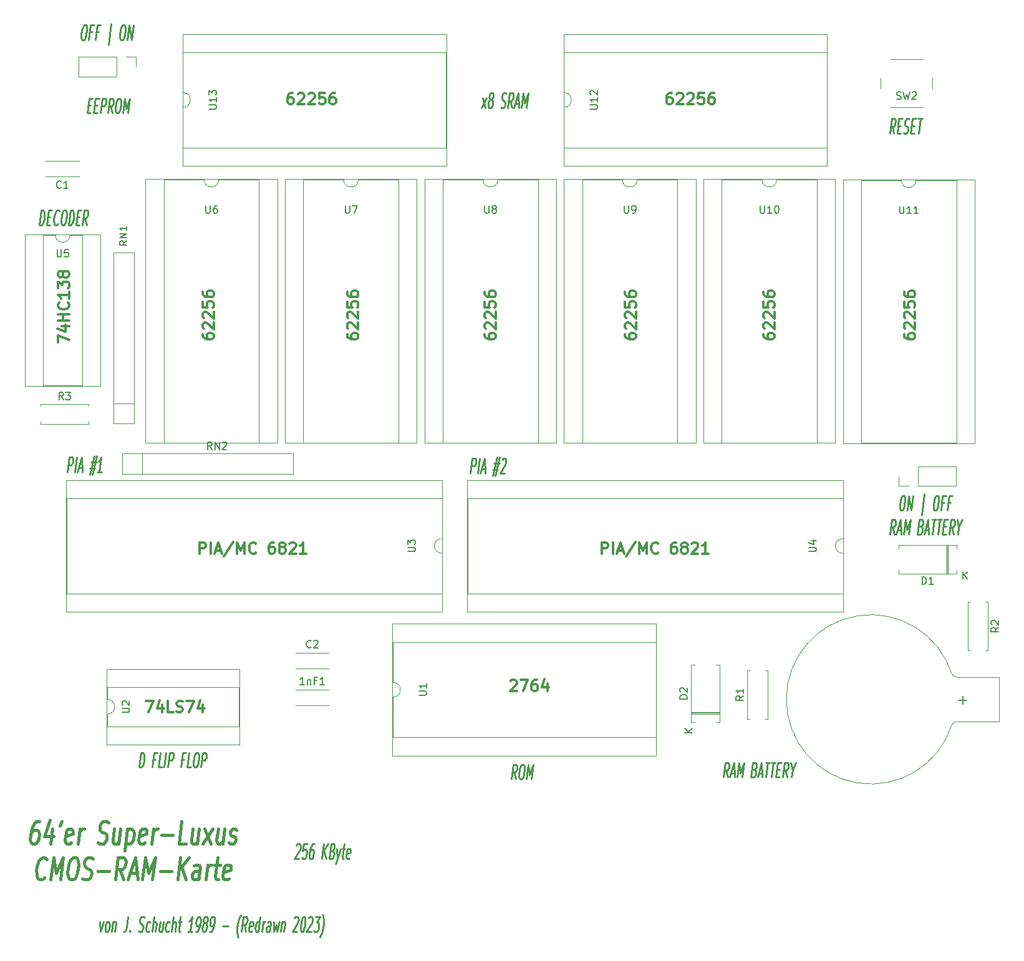
<source format=gto>
G04 #@! TF.GenerationSoftware,KiCad,Pcbnew,(5.1.9)-1*
G04 #@! TF.CreationDate,2023-04-24T20:38:14+01:00*
G04 #@! TF.ProjectId,C64RAMCart,43363452-414d-4436-9172-742e6b696361,rev001*
G04 #@! TF.SameCoordinates,Original*
G04 #@! TF.FileFunction,Legend,Top*
G04 #@! TF.FilePolarity,Positive*
%FSLAX46Y46*%
G04 Gerber Fmt 4.6, Leading zero omitted, Abs format (unit mm)*
G04 Created by KiCad (PCBNEW (5.1.9)-1) date 2023-04-24 20:38:14*
%MOMM*%
%LPD*%
G01*
G04 APERTURE LIST*
%ADD10C,0.300000*%
%ADD11C,0.250000*%
%ADD12C,0.400000*%
%ADD13C,0.120000*%
%ADD14C,0.150000*%
%ADD15O,1.702000X1.702000*%
%ADD16C,3.102000*%
%ADD17C,2.102000*%
%ADD18C,1.702000*%
%ADD19O,2.502000X2.502000*%
%ADD20O,1.802000X1.802000*%
%ADD21C,5.100000*%
%ADD22C,0.254000*%
%ADD23C,0.100000*%
G04 APERTURE END LIST*
D10*
X171118571Y-37153571D02*
X170832857Y-37153571D01*
X170690000Y-37225000D01*
X170618571Y-37296428D01*
X170475714Y-37510714D01*
X170404285Y-37796428D01*
X170404285Y-38367857D01*
X170475714Y-38510714D01*
X170547142Y-38582142D01*
X170690000Y-38653571D01*
X170975714Y-38653571D01*
X171118571Y-38582142D01*
X171190000Y-38510714D01*
X171261428Y-38367857D01*
X171261428Y-38010714D01*
X171190000Y-37867857D01*
X171118571Y-37796428D01*
X170975714Y-37725000D01*
X170690000Y-37725000D01*
X170547142Y-37796428D01*
X170475714Y-37867857D01*
X170404285Y-38010714D01*
X171832857Y-37296428D02*
X171904285Y-37225000D01*
X172047142Y-37153571D01*
X172404285Y-37153571D01*
X172547142Y-37225000D01*
X172618571Y-37296428D01*
X172690000Y-37439285D01*
X172690000Y-37582142D01*
X172618571Y-37796428D01*
X171761428Y-38653571D01*
X172690000Y-38653571D01*
X173261428Y-37296428D02*
X173332857Y-37225000D01*
X173475714Y-37153571D01*
X173832857Y-37153571D01*
X173975714Y-37225000D01*
X174047142Y-37296428D01*
X174118571Y-37439285D01*
X174118571Y-37582142D01*
X174047142Y-37796428D01*
X173190000Y-38653571D01*
X174118571Y-38653571D01*
X175475714Y-37153571D02*
X174761428Y-37153571D01*
X174690000Y-37867857D01*
X174761428Y-37796428D01*
X174904285Y-37725000D01*
X175261428Y-37725000D01*
X175404285Y-37796428D01*
X175475714Y-37867857D01*
X175547142Y-38010714D01*
X175547142Y-38367857D01*
X175475714Y-38510714D01*
X175404285Y-38582142D01*
X175261428Y-38653571D01*
X174904285Y-38653571D01*
X174761428Y-38582142D01*
X174690000Y-38510714D01*
X176832857Y-37153571D02*
X176547142Y-37153571D01*
X176404285Y-37225000D01*
X176332857Y-37296428D01*
X176190000Y-37510714D01*
X176118571Y-37796428D01*
X176118571Y-38367857D01*
X176190000Y-38510714D01*
X176261428Y-38582142D01*
X176404285Y-38653571D01*
X176690000Y-38653571D01*
X176832857Y-38582142D01*
X176904285Y-38510714D01*
X176975714Y-38367857D01*
X176975714Y-38010714D01*
X176904285Y-37867857D01*
X176832857Y-37796428D01*
X176690000Y-37725000D01*
X176404285Y-37725000D01*
X176261428Y-37796428D01*
X176190000Y-37867857D01*
X176118571Y-38010714D01*
X119668571Y-37153571D02*
X119382857Y-37153571D01*
X119240000Y-37225000D01*
X119168571Y-37296428D01*
X119025714Y-37510714D01*
X118954285Y-37796428D01*
X118954285Y-38367857D01*
X119025714Y-38510714D01*
X119097142Y-38582142D01*
X119240000Y-38653571D01*
X119525714Y-38653571D01*
X119668571Y-38582142D01*
X119740000Y-38510714D01*
X119811428Y-38367857D01*
X119811428Y-38010714D01*
X119740000Y-37867857D01*
X119668571Y-37796428D01*
X119525714Y-37725000D01*
X119240000Y-37725000D01*
X119097142Y-37796428D01*
X119025714Y-37867857D01*
X118954285Y-38010714D01*
X120382857Y-37296428D02*
X120454285Y-37225000D01*
X120597142Y-37153571D01*
X120954285Y-37153571D01*
X121097142Y-37225000D01*
X121168571Y-37296428D01*
X121240000Y-37439285D01*
X121240000Y-37582142D01*
X121168571Y-37796428D01*
X120311428Y-38653571D01*
X121240000Y-38653571D01*
X121811428Y-37296428D02*
X121882857Y-37225000D01*
X122025714Y-37153571D01*
X122382857Y-37153571D01*
X122525714Y-37225000D01*
X122597142Y-37296428D01*
X122668571Y-37439285D01*
X122668571Y-37582142D01*
X122597142Y-37796428D01*
X121740000Y-38653571D01*
X122668571Y-38653571D01*
X124025714Y-37153571D02*
X123311428Y-37153571D01*
X123240000Y-37867857D01*
X123311428Y-37796428D01*
X123454285Y-37725000D01*
X123811428Y-37725000D01*
X123954285Y-37796428D01*
X124025714Y-37867857D01*
X124097142Y-38010714D01*
X124097142Y-38367857D01*
X124025714Y-38510714D01*
X123954285Y-38582142D01*
X123811428Y-38653571D01*
X123454285Y-38653571D01*
X123311428Y-38582142D01*
X123240000Y-38510714D01*
X125382857Y-37153571D02*
X125097142Y-37153571D01*
X124954285Y-37225000D01*
X124882857Y-37296428D01*
X124740000Y-37510714D01*
X124668571Y-37796428D01*
X124668571Y-38367857D01*
X124740000Y-38510714D01*
X124811428Y-38582142D01*
X124954285Y-38653571D01*
X125240000Y-38653571D01*
X125382857Y-38582142D01*
X125454285Y-38510714D01*
X125525714Y-38367857D01*
X125525714Y-38010714D01*
X125454285Y-37867857D01*
X125382857Y-37796428D01*
X125240000Y-37725000D01*
X124954285Y-37725000D01*
X124811428Y-37796428D01*
X124740000Y-37867857D01*
X124668571Y-38010714D01*
D11*
X91888139Y-38832142D02*
X92221473Y-38832142D01*
X92233377Y-39879761D02*
X91757187Y-39879761D01*
X92007187Y-37879761D01*
X92483377Y-37879761D01*
X92792901Y-38832142D02*
X93126235Y-38832142D01*
X93138139Y-39879761D02*
X92661949Y-39879761D01*
X92911949Y-37879761D01*
X93388139Y-37879761D01*
X93566711Y-39879761D02*
X93816711Y-37879761D01*
X94197663Y-37879761D01*
X94280997Y-37975000D01*
X94316711Y-38070238D01*
X94340520Y-38260714D01*
X94304806Y-38546428D01*
X94233377Y-38736904D01*
X94173854Y-38832142D01*
X94066711Y-38927380D01*
X93685758Y-38927380D01*
X95138139Y-39879761D02*
X94923854Y-38927380D01*
X94566711Y-39879761D02*
X94816711Y-37879761D01*
X95197663Y-37879761D01*
X95280997Y-37975000D01*
X95316711Y-38070238D01*
X95340520Y-38260714D01*
X95304806Y-38546428D01*
X95233377Y-38736904D01*
X95173854Y-38832142D01*
X95066711Y-38927380D01*
X94685758Y-38927380D01*
X96007187Y-37879761D02*
X96197663Y-37879761D01*
X96280997Y-37975000D01*
X96352425Y-38165476D01*
X96352425Y-38546428D01*
X96269092Y-39213095D01*
X96173854Y-39594047D01*
X96054806Y-39784523D01*
X95947663Y-39879761D01*
X95757187Y-39879761D01*
X95673854Y-39784523D01*
X95602425Y-39594047D01*
X95602425Y-39213095D01*
X95685758Y-38546428D01*
X95780997Y-38165476D01*
X95900044Y-37975000D01*
X96007187Y-37879761D01*
X96614330Y-39879761D02*
X96864330Y-37879761D01*
X97019092Y-39308333D01*
X97530997Y-37879761D01*
X97280997Y-39879761D01*
X91380997Y-27929761D02*
X91571473Y-27929761D01*
X91654806Y-28025000D01*
X91726235Y-28215476D01*
X91726235Y-28596428D01*
X91642901Y-29263095D01*
X91547663Y-29644047D01*
X91428616Y-29834523D01*
X91321473Y-29929761D01*
X91130997Y-29929761D01*
X91047663Y-29834523D01*
X90976235Y-29644047D01*
X90976235Y-29263095D01*
X91059568Y-28596428D01*
X91154806Y-28215476D01*
X91273854Y-28025000D01*
X91380997Y-27929761D01*
X92452425Y-28882142D02*
X92119092Y-28882142D01*
X91988139Y-29929761D02*
X92238139Y-27929761D01*
X92714330Y-27929761D01*
X93309568Y-28882142D02*
X92976235Y-28882142D01*
X92845282Y-29929761D02*
X93095282Y-27929761D01*
X93571473Y-27929761D01*
X94619092Y-30596428D02*
X94976235Y-27739285D01*
X96619092Y-27929761D02*
X96809568Y-27929761D01*
X96892901Y-28025000D01*
X96964330Y-28215476D01*
X96964330Y-28596428D01*
X96880997Y-29263095D01*
X96785758Y-29644047D01*
X96666711Y-29834523D01*
X96559568Y-29929761D01*
X96369092Y-29929761D01*
X96285758Y-29834523D01*
X96214330Y-29644047D01*
X96214330Y-29263095D01*
X96297663Y-28596428D01*
X96392901Y-28215476D01*
X96511949Y-28025000D01*
X96619092Y-27929761D01*
X97226235Y-29929761D02*
X97476235Y-27929761D01*
X97797663Y-29929761D01*
X98047663Y-27929761D01*
X201295711Y-42634761D02*
X201081425Y-41682380D01*
X200724282Y-42634761D02*
X200974282Y-40634761D01*
X201355235Y-40634761D01*
X201438568Y-40730000D01*
X201474282Y-40825238D01*
X201498092Y-41015714D01*
X201462377Y-41301428D01*
X201390949Y-41491904D01*
X201331425Y-41587142D01*
X201224282Y-41682380D01*
X200843330Y-41682380D01*
X201855235Y-41587142D02*
X202188568Y-41587142D01*
X202200473Y-42634761D02*
X201724282Y-42634761D01*
X201974282Y-40634761D01*
X202450473Y-40634761D01*
X202593330Y-42539523D02*
X202724282Y-42634761D01*
X202962377Y-42634761D01*
X203069520Y-42539523D01*
X203129044Y-42444285D01*
X203200473Y-42253809D01*
X203224282Y-42063333D01*
X203200473Y-41872857D01*
X203164758Y-41777619D01*
X203081425Y-41682380D01*
X202902854Y-41587142D01*
X202819520Y-41491904D01*
X202783806Y-41396666D01*
X202759997Y-41206190D01*
X202783806Y-41015714D01*
X202855235Y-40825238D01*
X202914758Y-40730000D01*
X203021901Y-40634761D01*
X203259997Y-40634761D01*
X203390949Y-40730000D01*
X203712377Y-41587142D02*
X204045711Y-41587142D01*
X204057616Y-42634761D02*
X203581425Y-42634761D01*
X203831425Y-40634761D01*
X204307616Y-40634761D01*
X204593330Y-40634761D02*
X205164758Y-40634761D01*
X204629044Y-42634761D02*
X204879044Y-40634761D01*
D10*
X87807571Y-71037857D02*
X87807571Y-70037857D01*
X89307571Y-70680714D01*
X88307571Y-68823571D02*
X89307571Y-68823571D01*
X87736142Y-69180714D02*
X88807571Y-69537857D01*
X88807571Y-68609285D01*
X89307571Y-68037857D02*
X87807571Y-68037857D01*
X88521857Y-68037857D02*
X88521857Y-67180714D01*
X89307571Y-67180714D02*
X87807571Y-67180714D01*
X89164714Y-65609285D02*
X89236142Y-65680714D01*
X89307571Y-65895000D01*
X89307571Y-66037857D01*
X89236142Y-66252142D01*
X89093285Y-66395000D01*
X88950428Y-66466428D01*
X88664714Y-66537857D01*
X88450428Y-66537857D01*
X88164714Y-66466428D01*
X88021857Y-66395000D01*
X87879000Y-66252142D01*
X87807571Y-66037857D01*
X87807571Y-65895000D01*
X87879000Y-65680714D01*
X87950428Y-65609285D01*
X89307571Y-64180714D02*
X89307571Y-65037857D01*
X89307571Y-64609285D02*
X87807571Y-64609285D01*
X88021857Y-64752142D01*
X88164714Y-64895000D01*
X88236142Y-65037857D01*
X87807571Y-63680714D02*
X87807571Y-62752142D01*
X88379000Y-63252142D01*
X88379000Y-63037857D01*
X88450428Y-62895000D01*
X88521857Y-62823571D01*
X88664714Y-62752142D01*
X89021857Y-62752142D01*
X89164714Y-62823571D01*
X89236142Y-62895000D01*
X89307571Y-63037857D01*
X89307571Y-63466428D01*
X89236142Y-63609285D01*
X89164714Y-63680714D01*
X88450428Y-61895000D02*
X88379000Y-62037857D01*
X88307571Y-62109285D01*
X88164714Y-62180714D01*
X88093285Y-62180714D01*
X87950428Y-62109285D01*
X87879000Y-62037857D01*
X87807571Y-61895000D01*
X87807571Y-61609285D01*
X87879000Y-61466428D01*
X87950428Y-61395000D01*
X88093285Y-61323571D01*
X88164714Y-61323571D01*
X88307571Y-61395000D01*
X88379000Y-61466428D01*
X88450428Y-61609285D01*
X88450428Y-61895000D01*
X88521857Y-62037857D01*
X88593285Y-62109285D01*
X88736142Y-62180714D01*
X89021857Y-62180714D01*
X89164714Y-62109285D01*
X89236142Y-62037857D01*
X89307571Y-61895000D01*
X89307571Y-61609285D01*
X89236142Y-61466428D01*
X89164714Y-61395000D01*
X89021857Y-61323571D01*
X88736142Y-61323571D01*
X88593285Y-61395000D01*
X88521857Y-61466428D01*
X88450428Y-61609285D01*
X107432571Y-69866428D02*
X107432571Y-70152142D01*
X107504000Y-70295000D01*
X107575428Y-70366428D01*
X107789714Y-70509285D01*
X108075428Y-70580714D01*
X108646857Y-70580714D01*
X108789714Y-70509285D01*
X108861142Y-70437857D01*
X108932571Y-70295000D01*
X108932571Y-70009285D01*
X108861142Y-69866428D01*
X108789714Y-69795000D01*
X108646857Y-69723571D01*
X108289714Y-69723571D01*
X108146857Y-69795000D01*
X108075428Y-69866428D01*
X108004000Y-70009285D01*
X108004000Y-70295000D01*
X108075428Y-70437857D01*
X108146857Y-70509285D01*
X108289714Y-70580714D01*
X107575428Y-69152142D02*
X107504000Y-69080714D01*
X107432571Y-68937857D01*
X107432571Y-68580714D01*
X107504000Y-68437857D01*
X107575428Y-68366428D01*
X107718285Y-68295000D01*
X107861142Y-68295000D01*
X108075428Y-68366428D01*
X108932571Y-69223571D01*
X108932571Y-68295000D01*
X107575428Y-67723571D02*
X107504000Y-67652142D01*
X107432571Y-67509285D01*
X107432571Y-67152142D01*
X107504000Y-67009285D01*
X107575428Y-66937857D01*
X107718285Y-66866428D01*
X107861142Y-66866428D01*
X108075428Y-66937857D01*
X108932571Y-67795000D01*
X108932571Y-66866428D01*
X107432571Y-65509285D02*
X107432571Y-66223571D01*
X108146857Y-66295000D01*
X108075428Y-66223571D01*
X108004000Y-66080714D01*
X108004000Y-65723571D01*
X108075428Y-65580714D01*
X108146857Y-65509285D01*
X108289714Y-65437857D01*
X108646857Y-65437857D01*
X108789714Y-65509285D01*
X108861142Y-65580714D01*
X108932571Y-65723571D01*
X108932571Y-66080714D01*
X108861142Y-66223571D01*
X108789714Y-66295000D01*
X107432571Y-64152142D02*
X107432571Y-64437857D01*
X107504000Y-64580714D01*
X107575428Y-64652142D01*
X107789714Y-64795000D01*
X108075428Y-64866428D01*
X108646857Y-64866428D01*
X108789714Y-64795000D01*
X108861142Y-64723571D01*
X108932571Y-64580714D01*
X108932571Y-64295000D01*
X108861142Y-64152142D01*
X108789714Y-64080714D01*
X108646857Y-64009285D01*
X108289714Y-64009285D01*
X108146857Y-64080714D01*
X108075428Y-64152142D01*
X108004000Y-64295000D01*
X108004000Y-64580714D01*
X108075428Y-64723571D01*
X108146857Y-64795000D01*
X108289714Y-64866428D01*
X127057571Y-69866428D02*
X127057571Y-70152142D01*
X127129000Y-70295000D01*
X127200428Y-70366428D01*
X127414714Y-70509285D01*
X127700428Y-70580714D01*
X128271857Y-70580714D01*
X128414714Y-70509285D01*
X128486142Y-70437857D01*
X128557571Y-70295000D01*
X128557571Y-70009285D01*
X128486142Y-69866428D01*
X128414714Y-69795000D01*
X128271857Y-69723571D01*
X127914714Y-69723571D01*
X127771857Y-69795000D01*
X127700428Y-69866428D01*
X127629000Y-70009285D01*
X127629000Y-70295000D01*
X127700428Y-70437857D01*
X127771857Y-70509285D01*
X127914714Y-70580714D01*
X127200428Y-69152142D02*
X127129000Y-69080714D01*
X127057571Y-68937857D01*
X127057571Y-68580714D01*
X127129000Y-68437857D01*
X127200428Y-68366428D01*
X127343285Y-68295000D01*
X127486142Y-68295000D01*
X127700428Y-68366428D01*
X128557571Y-69223571D01*
X128557571Y-68295000D01*
X127200428Y-67723571D02*
X127129000Y-67652142D01*
X127057571Y-67509285D01*
X127057571Y-67152142D01*
X127129000Y-67009285D01*
X127200428Y-66937857D01*
X127343285Y-66866428D01*
X127486142Y-66866428D01*
X127700428Y-66937857D01*
X128557571Y-67795000D01*
X128557571Y-66866428D01*
X127057571Y-65509285D02*
X127057571Y-66223571D01*
X127771857Y-66295000D01*
X127700428Y-66223571D01*
X127629000Y-66080714D01*
X127629000Y-65723571D01*
X127700428Y-65580714D01*
X127771857Y-65509285D01*
X127914714Y-65437857D01*
X128271857Y-65437857D01*
X128414714Y-65509285D01*
X128486142Y-65580714D01*
X128557571Y-65723571D01*
X128557571Y-66080714D01*
X128486142Y-66223571D01*
X128414714Y-66295000D01*
X127057571Y-64152142D02*
X127057571Y-64437857D01*
X127129000Y-64580714D01*
X127200428Y-64652142D01*
X127414714Y-64795000D01*
X127700428Y-64866428D01*
X128271857Y-64866428D01*
X128414714Y-64795000D01*
X128486142Y-64723571D01*
X128557571Y-64580714D01*
X128557571Y-64295000D01*
X128486142Y-64152142D01*
X128414714Y-64080714D01*
X128271857Y-64009285D01*
X127914714Y-64009285D01*
X127771857Y-64080714D01*
X127700428Y-64152142D01*
X127629000Y-64295000D01*
X127629000Y-64580714D01*
X127700428Y-64723571D01*
X127771857Y-64795000D01*
X127914714Y-64866428D01*
X145707571Y-69866428D02*
X145707571Y-70152142D01*
X145779000Y-70295000D01*
X145850428Y-70366428D01*
X146064714Y-70509285D01*
X146350428Y-70580714D01*
X146921857Y-70580714D01*
X147064714Y-70509285D01*
X147136142Y-70437857D01*
X147207571Y-70295000D01*
X147207571Y-70009285D01*
X147136142Y-69866428D01*
X147064714Y-69795000D01*
X146921857Y-69723571D01*
X146564714Y-69723571D01*
X146421857Y-69795000D01*
X146350428Y-69866428D01*
X146279000Y-70009285D01*
X146279000Y-70295000D01*
X146350428Y-70437857D01*
X146421857Y-70509285D01*
X146564714Y-70580714D01*
X145850428Y-69152142D02*
X145779000Y-69080714D01*
X145707571Y-68937857D01*
X145707571Y-68580714D01*
X145779000Y-68437857D01*
X145850428Y-68366428D01*
X145993285Y-68295000D01*
X146136142Y-68295000D01*
X146350428Y-68366428D01*
X147207571Y-69223571D01*
X147207571Y-68295000D01*
X145850428Y-67723571D02*
X145779000Y-67652142D01*
X145707571Y-67509285D01*
X145707571Y-67152142D01*
X145779000Y-67009285D01*
X145850428Y-66937857D01*
X145993285Y-66866428D01*
X146136142Y-66866428D01*
X146350428Y-66937857D01*
X147207571Y-67795000D01*
X147207571Y-66866428D01*
X145707571Y-65509285D02*
X145707571Y-66223571D01*
X146421857Y-66295000D01*
X146350428Y-66223571D01*
X146279000Y-66080714D01*
X146279000Y-65723571D01*
X146350428Y-65580714D01*
X146421857Y-65509285D01*
X146564714Y-65437857D01*
X146921857Y-65437857D01*
X147064714Y-65509285D01*
X147136142Y-65580714D01*
X147207571Y-65723571D01*
X147207571Y-66080714D01*
X147136142Y-66223571D01*
X147064714Y-66295000D01*
X145707571Y-64152142D02*
X145707571Y-64437857D01*
X145779000Y-64580714D01*
X145850428Y-64652142D01*
X146064714Y-64795000D01*
X146350428Y-64866428D01*
X146921857Y-64866428D01*
X147064714Y-64795000D01*
X147136142Y-64723571D01*
X147207571Y-64580714D01*
X147207571Y-64295000D01*
X147136142Y-64152142D01*
X147064714Y-64080714D01*
X146921857Y-64009285D01*
X146564714Y-64009285D01*
X146421857Y-64080714D01*
X146350428Y-64152142D01*
X146279000Y-64295000D01*
X146279000Y-64580714D01*
X146350428Y-64723571D01*
X146421857Y-64795000D01*
X146564714Y-64866428D01*
X202657571Y-69866428D02*
X202657571Y-70152142D01*
X202729000Y-70295000D01*
X202800428Y-70366428D01*
X203014714Y-70509285D01*
X203300428Y-70580714D01*
X203871857Y-70580714D01*
X204014714Y-70509285D01*
X204086142Y-70437857D01*
X204157571Y-70295000D01*
X204157571Y-70009285D01*
X204086142Y-69866428D01*
X204014714Y-69795000D01*
X203871857Y-69723571D01*
X203514714Y-69723571D01*
X203371857Y-69795000D01*
X203300428Y-69866428D01*
X203229000Y-70009285D01*
X203229000Y-70295000D01*
X203300428Y-70437857D01*
X203371857Y-70509285D01*
X203514714Y-70580714D01*
X202800428Y-69152142D02*
X202729000Y-69080714D01*
X202657571Y-68937857D01*
X202657571Y-68580714D01*
X202729000Y-68437857D01*
X202800428Y-68366428D01*
X202943285Y-68295000D01*
X203086142Y-68295000D01*
X203300428Y-68366428D01*
X204157571Y-69223571D01*
X204157571Y-68295000D01*
X202800428Y-67723571D02*
X202729000Y-67652142D01*
X202657571Y-67509285D01*
X202657571Y-67152142D01*
X202729000Y-67009285D01*
X202800428Y-66937857D01*
X202943285Y-66866428D01*
X203086142Y-66866428D01*
X203300428Y-66937857D01*
X204157571Y-67795000D01*
X204157571Y-66866428D01*
X202657571Y-65509285D02*
X202657571Y-66223571D01*
X203371857Y-66295000D01*
X203300428Y-66223571D01*
X203229000Y-66080714D01*
X203229000Y-65723571D01*
X203300428Y-65580714D01*
X203371857Y-65509285D01*
X203514714Y-65437857D01*
X203871857Y-65437857D01*
X204014714Y-65509285D01*
X204086142Y-65580714D01*
X204157571Y-65723571D01*
X204157571Y-66080714D01*
X204086142Y-66223571D01*
X204014714Y-66295000D01*
X202657571Y-64152142D02*
X202657571Y-64437857D01*
X202729000Y-64580714D01*
X202800428Y-64652142D01*
X203014714Y-64795000D01*
X203300428Y-64866428D01*
X203871857Y-64866428D01*
X204014714Y-64795000D01*
X204086142Y-64723571D01*
X204157571Y-64580714D01*
X204157571Y-64295000D01*
X204086142Y-64152142D01*
X204014714Y-64080714D01*
X203871857Y-64009285D01*
X203514714Y-64009285D01*
X203371857Y-64080714D01*
X203300428Y-64152142D01*
X203229000Y-64295000D01*
X203229000Y-64580714D01*
X203300428Y-64723571D01*
X203371857Y-64795000D01*
X203514714Y-64866428D01*
X183557571Y-69866428D02*
X183557571Y-70152142D01*
X183629000Y-70295000D01*
X183700428Y-70366428D01*
X183914714Y-70509285D01*
X184200428Y-70580714D01*
X184771857Y-70580714D01*
X184914714Y-70509285D01*
X184986142Y-70437857D01*
X185057571Y-70295000D01*
X185057571Y-70009285D01*
X184986142Y-69866428D01*
X184914714Y-69795000D01*
X184771857Y-69723571D01*
X184414714Y-69723571D01*
X184271857Y-69795000D01*
X184200428Y-69866428D01*
X184129000Y-70009285D01*
X184129000Y-70295000D01*
X184200428Y-70437857D01*
X184271857Y-70509285D01*
X184414714Y-70580714D01*
X183700428Y-69152142D02*
X183629000Y-69080714D01*
X183557571Y-68937857D01*
X183557571Y-68580714D01*
X183629000Y-68437857D01*
X183700428Y-68366428D01*
X183843285Y-68295000D01*
X183986142Y-68295000D01*
X184200428Y-68366428D01*
X185057571Y-69223571D01*
X185057571Y-68295000D01*
X183700428Y-67723571D02*
X183629000Y-67652142D01*
X183557571Y-67509285D01*
X183557571Y-67152142D01*
X183629000Y-67009285D01*
X183700428Y-66937857D01*
X183843285Y-66866428D01*
X183986142Y-66866428D01*
X184200428Y-66937857D01*
X185057571Y-67795000D01*
X185057571Y-66866428D01*
X183557571Y-65509285D02*
X183557571Y-66223571D01*
X184271857Y-66295000D01*
X184200428Y-66223571D01*
X184129000Y-66080714D01*
X184129000Y-65723571D01*
X184200428Y-65580714D01*
X184271857Y-65509285D01*
X184414714Y-65437857D01*
X184771857Y-65437857D01*
X184914714Y-65509285D01*
X184986142Y-65580714D01*
X185057571Y-65723571D01*
X185057571Y-66080714D01*
X184986142Y-66223571D01*
X184914714Y-66295000D01*
X183557571Y-64152142D02*
X183557571Y-64437857D01*
X183629000Y-64580714D01*
X183700428Y-64652142D01*
X183914714Y-64795000D01*
X184200428Y-64866428D01*
X184771857Y-64866428D01*
X184914714Y-64795000D01*
X184986142Y-64723571D01*
X185057571Y-64580714D01*
X185057571Y-64295000D01*
X184986142Y-64152142D01*
X184914714Y-64080714D01*
X184771857Y-64009285D01*
X184414714Y-64009285D01*
X184271857Y-64080714D01*
X184200428Y-64152142D01*
X184129000Y-64295000D01*
X184129000Y-64580714D01*
X184200428Y-64723571D01*
X184271857Y-64795000D01*
X184414714Y-64866428D01*
X164757571Y-69866428D02*
X164757571Y-70152142D01*
X164829000Y-70295000D01*
X164900428Y-70366428D01*
X165114714Y-70509285D01*
X165400428Y-70580714D01*
X165971857Y-70580714D01*
X166114714Y-70509285D01*
X166186142Y-70437857D01*
X166257571Y-70295000D01*
X166257571Y-70009285D01*
X166186142Y-69866428D01*
X166114714Y-69795000D01*
X165971857Y-69723571D01*
X165614714Y-69723571D01*
X165471857Y-69795000D01*
X165400428Y-69866428D01*
X165329000Y-70009285D01*
X165329000Y-70295000D01*
X165400428Y-70437857D01*
X165471857Y-70509285D01*
X165614714Y-70580714D01*
X164900428Y-69152142D02*
X164829000Y-69080714D01*
X164757571Y-68937857D01*
X164757571Y-68580714D01*
X164829000Y-68437857D01*
X164900428Y-68366428D01*
X165043285Y-68295000D01*
X165186142Y-68295000D01*
X165400428Y-68366428D01*
X166257571Y-69223571D01*
X166257571Y-68295000D01*
X164900428Y-67723571D02*
X164829000Y-67652142D01*
X164757571Y-67509285D01*
X164757571Y-67152142D01*
X164829000Y-67009285D01*
X164900428Y-66937857D01*
X165043285Y-66866428D01*
X165186142Y-66866428D01*
X165400428Y-66937857D01*
X166257571Y-67795000D01*
X166257571Y-66866428D01*
X164757571Y-65509285D02*
X164757571Y-66223571D01*
X165471857Y-66295000D01*
X165400428Y-66223571D01*
X165329000Y-66080714D01*
X165329000Y-65723571D01*
X165400428Y-65580714D01*
X165471857Y-65509285D01*
X165614714Y-65437857D01*
X165971857Y-65437857D01*
X166114714Y-65509285D01*
X166186142Y-65580714D01*
X166257571Y-65723571D01*
X166257571Y-66080714D01*
X166186142Y-66223571D01*
X166114714Y-66295000D01*
X164757571Y-64152142D02*
X164757571Y-64437857D01*
X164829000Y-64580714D01*
X164900428Y-64652142D01*
X165114714Y-64795000D01*
X165400428Y-64866428D01*
X165971857Y-64866428D01*
X166114714Y-64795000D01*
X166186142Y-64723571D01*
X166257571Y-64580714D01*
X166257571Y-64295000D01*
X166186142Y-64152142D01*
X166114714Y-64080714D01*
X165971857Y-64009285D01*
X165614714Y-64009285D01*
X165471857Y-64080714D01*
X165400428Y-64152142D01*
X165329000Y-64295000D01*
X165329000Y-64580714D01*
X165400428Y-64723571D01*
X165471857Y-64795000D01*
X165614714Y-64866428D01*
X161639714Y-99673571D02*
X161639714Y-98173571D01*
X162211142Y-98173571D01*
X162354000Y-98245000D01*
X162425428Y-98316428D01*
X162496857Y-98459285D01*
X162496857Y-98673571D01*
X162425428Y-98816428D01*
X162354000Y-98887857D01*
X162211142Y-98959285D01*
X161639714Y-98959285D01*
X163139714Y-99673571D02*
X163139714Y-98173571D01*
X163782571Y-99245000D02*
X164496857Y-99245000D01*
X163639714Y-99673571D02*
X164139714Y-98173571D01*
X164639714Y-99673571D01*
X166211142Y-98102142D02*
X164925428Y-100030714D01*
X166711142Y-99673571D02*
X166711142Y-98173571D01*
X167211142Y-99245000D01*
X167711142Y-98173571D01*
X167711142Y-99673571D01*
X169282571Y-99530714D02*
X169211142Y-99602142D01*
X168996857Y-99673571D01*
X168854000Y-99673571D01*
X168639714Y-99602142D01*
X168496857Y-99459285D01*
X168425428Y-99316428D01*
X168354000Y-99030714D01*
X168354000Y-98816428D01*
X168425428Y-98530714D01*
X168496857Y-98387857D01*
X168639714Y-98245000D01*
X168854000Y-98173571D01*
X168996857Y-98173571D01*
X169211142Y-98245000D01*
X169282571Y-98316428D01*
X171711142Y-98173571D02*
X171425428Y-98173571D01*
X171282571Y-98245000D01*
X171211142Y-98316428D01*
X171068285Y-98530714D01*
X170996857Y-98816428D01*
X170996857Y-99387857D01*
X171068285Y-99530714D01*
X171139714Y-99602142D01*
X171282571Y-99673571D01*
X171568285Y-99673571D01*
X171711142Y-99602142D01*
X171782571Y-99530714D01*
X171854000Y-99387857D01*
X171854000Y-99030714D01*
X171782571Y-98887857D01*
X171711142Y-98816428D01*
X171568285Y-98745000D01*
X171282571Y-98745000D01*
X171139714Y-98816428D01*
X171068285Y-98887857D01*
X170996857Y-99030714D01*
X172711142Y-98816428D02*
X172568285Y-98745000D01*
X172496857Y-98673571D01*
X172425428Y-98530714D01*
X172425428Y-98459285D01*
X172496857Y-98316428D01*
X172568285Y-98245000D01*
X172711142Y-98173571D01*
X172996857Y-98173571D01*
X173139714Y-98245000D01*
X173211142Y-98316428D01*
X173282571Y-98459285D01*
X173282571Y-98530714D01*
X173211142Y-98673571D01*
X173139714Y-98745000D01*
X172996857Y-98816428D01*
X172711142Y-98816428D01*
X172568285Y-98887857D01*
X172496857Y-98959285D01*
X172425428Y-99102142D01*
X172425428Y-99387857D01*
X172496857Y-99530714D01*
X172568285Y-99602142D01*
X172711142Y-99673571D01*
X172996857Y-99673571D01*
X173139714Y-99602142D01*
X173211142Y-99530714D01*
X173282571Y-99387857D01*
X173282571Y-99102142D01*
X173211142Y-98959285D01*
X173139714Y-98887857D01*
X172996857Y-98816428D01*
X173854000Y-98316428D02*
X173925428Y-98245000D01*
X174068285Y-98173571D01*
X174425428Y-98173571D01*
X174568285Y-98245000D01*
X174639714Y-98316428D01*
X174711142Y-98459285D01*
X174711142Y-98602142D01*
X174639714Y-98816428D01*
X173782571Y-99673571D01*
X174711142Y-99673571D01*
X176139714Y-99673571D02*
X175282571Y-99673571D01*
X175711142Y-99673571D02*
X175711142Y-98173571D01*
X175568285Y-98387857D01*
X175425428Y-98530714D01*
X175282571Y-98602142D01*
X107039714Y-99673571D02*
X107039714Y-98173571D01*
X107611142Y-98173571D01*
X107754000Y-98245000D01*
X107825428Y-98316428D01*
X107896857Y-98459285D01*
X107896857Y-98673571D01*
X107825428Y-98816428D01*
X107754000Y-98887857D01*
X107611142Y-98959285D01*
X107039714Y-98959285D01*
X108539714Y-99673571D02*
X108539714Y-98173571D01*
X109182571Y-99245000D02*
X109896857Y-99245000D01*
X109039714Y-99673571D02*
X109539714Y-98173571D01*
X110039714Y-99673571D01*
X111611142Y-98102142D02*
X110325428Y-100030714D01*
X112111142Y-99673571D02*
X112111142Y-98173571D01*
X112611142Y-99245000D01*
X113111142Y-98173571D01*
X113111142Y-99673571D01*
X114682571Y-99530714D02*
X114611142Y-99602142D01*
X114396857Y-99673571D01*
X114254000Y-99673571D01*
X114039714Y-99602142D01*
X113896857Y-99459285D01*
X113825428Y-99316428D01*
X113754000Y-99030714D01*
X113754000Y-98816428D01*
X113825428Y-98530714D01*
X113896857Y-98387857D01*
X114039714Y-98245000D01*
X114254000Y-98173571D01*
X114396857Y-98173571D01*
X114611142Y-98245000D01*
X114682571Y-98316428D01*
X117111142Y-98173571D02*
X116825428Y-98173571D01*
X116682571Y-98245000D01*
X116611142Y-98316428D01*
X116468285Y-98530714D01*
X116396857Y-98816428D01*
X116396857Y-99387857D01*
X116468285Y-99530714D01*
X116539714Y-99602142D01*
X116682571Y-99673571D01*
X116968285Y-99673571D01*
X117111142Y-99602142D01*
X117182571Y-99530714D01*
X117254000Y-99387857D01*
X117254000Y-99030714D01*
X117182571Y-98887857D01*
X117111142Y-98816428D01*
X116968285Y-98745000D01*
X116682571Y-98745000D01*
X116539714Y-98816428D01*
X116468285Y-98887857D01*
X116396857Y-99030714D01*
X118111142Y-98816428D02*
X117968285Y-98745000D01*
X117896857Y-98673571D01*
X117825428Y-98530714D01*
X117825428Y-98459285D01*
X117896857Y-98316428D01*
X117968285Y-98245000D01*
X118111142Y-98173571D01*
X118396857Y-98173571D01*
X118539714Y-98245000D01*
X118611142Y-98316428D01*
X118682571Y-98459285D01*
X118682571Y-98530714D01*
X118611142Y-98673571D01*
X118539714Y-98745000D01*
X118396857Y-98816428D01*
X118111142Y-98816428D01*
X117968285Y-98887857D01*
X117896857Y-98959285D01*
X117825428Y-99102142D01*
X117825428Y-99387857D01*
X117896857Y-99530714D01*
X117968285Y-99602142D01*
X118111142Y-99673571D01*
X118396857Y-99673571D01*
X118539714Y-99602142D01*
X118611142Y-99530714D01*
X118682571Y-99387857D01*
X118682571Y-99102142D01*
X118611142Y-98959285D01*
X118539714Y-98887857D01*
X118396857Y-98816428D01*
X119254000Y-98316428D02*
X119325428Y-98245000D01*
X119468285Y-98173571D01*
X119825428Y-98173571D01*
X119968285Y-98245000D01*
X120039714Y-98316428D01*
X120111142Y-98459285D01*
X120111142Y-98602142D01*
X120039714Y-98816428D01*
X119182571Y-99673571D01*
X120111142Y-99673571D01*
X121539714Y-99673571D02*
X120682571Y-99673571D01*
X121111142Y-99673571D02*
X121111142Y-98173571D01*
X120968285Y-98387857D01*
X120825428Y-98530714D01*
X120682571Y-98602142D01*
X149232571Y-116966428D02*
X149304000Y-116895000D01*
X149446857Y-116823571D01*
X149804000Y-116823571D01*
X149946857Y-116895000D01*
X150018285Y-116966428D01*
X150089714Y-117109285D01*
X150089714Y-117252142D01*
X150018285Y-117466428D01*
X149161142Y-118323571D01*
X150089714Y-118323571D01*
X150589714Y-116823571D02*
X151589714Y-116823571D01*
X150946857Y-118323571D01*
X152804000Y-116823571D02*
X152518285Y-116823571D01*
X152375428Y-116895000D01*
X152304000Y-116966428D01*
X152161142Y-117180714D01*
X152089714Y-117466428D01*
X152089714Y-118037857D01*
X152161142Y-118180714D01*
X152232571Y-118252142D01*
X152375428Y-118323571D01*
X152661142Y-118323571D01*
X152804000Y-118252142D01*
X152875428Y-118180714D01*
X152946857Y-118037857D01*
X152946857Y-117680714D01*
X152875428Y-117537857D01*
X152804000Y-117466428D01*
X152661142Y-117395000D01*
X152375428Y-117395000D01*
X152232571Y-117466428D01*
X152161142Y-117537857D01*
X152089714Y-117680714D01*
X154232571Y-117323571D02*
X154232571Y-118323571D01*
X153875428Y-116752142D02*
X153518285Y-117823571D01*
X154446857Y-117823571D01*
X99739714Y-119698571D02*
X100739714Y-119698571D01*
X100096857Y-121198571D01*
X101954000Y-120198571D02*
X101954000Y-121198571D01*
X101596857Y-119627142D02*
X101239714Y-120698571D01*
X102168285Y-120698571D01*
X103454000Y-121198571D02*
X102739714Y-121198571D01*
X102739714Y-119698571D01*
X103882571Y-121127142D02*
X104096857Y-121198571D01*
X104454000Y-121198571D01*
X104596857Y-121127142D01*
X104668285Y-121055714D01*
X104739714Y-120912857D01*
X104739714Y-120770000D01*
X104668285Y-120627142D01*
X104596857Y-120555714D01*
X104454000Y-120484285D01*
X104168285Y-120412857D01*
X104025428Y-120341428D01*
X103954000Y-120270000D01*
X103882571Y-120127142D01*
X103882571Y-119984285D01*
X103954000Y-119841428D01*
X104025428Y-119770000D01*
X104168285Y-119698571D01*
X104525428Y-119698571D01*
X104739714Y-119770000D01*
X105239714Y-119698571D02*
X106239714Y-119698571D01*
X105596857Y-121198571D01*
X107454000Y-120198571D02*
X107454000Y-121198571D01*
X107096857Y-119627142D02*
X106739714Y-120698571D01*
X107668285Y-120698571D01*
D11*
X202469997Y-91799761D02*
X202660473Y-91799761D01*
X202743806Y-91895000D01*
X202815235Y-92085476D01*
X202815235Y-92466428D01*
X202731901Y-93133095D01*
X202636663Y-93514047D01*
X202517616Y-93704523D01*
X202410473Y-93799761D01*
X202219997Y-93799761D01*
X202136663Y-93704523D01*
X202065235Y-93514047D01*
X202065235Y-93133095D01*
X202148568Y-92466428D01*
X202243806Y-92085476D01*
X202362854Y-91895000D01*
X202469997Y-91799761D01*
X203077139Y-93799761D02*
X203327139Y-91799761D01*
X203648568Y-93799761D01*
X203898568Y-91799761D01*
X205041425Y-94466428D02*
X205398568Y-91609285D01*
X207041425Y-91799761D02*
X207231901Y-91799761D01*
X207315235Y-91895000D01*
X207386663Y-92085476D01*
X207386663Y-92466428D01*
X207303330Y-93133095D01*
X207208092Y-93514047D01*
X207089044Y-93704523D01*
X206981901Y-93799761D01*
X206791425Y-93799761D01*
X206708092Y-93704523D01*
X206636663Y-93514047D01*
X206636663Y-93133095D01*
X206719997Y-92466428D01*
X206815235Y-92085476D01*
X206934282Y-91895000D01*
X207041425Y-91799761D01*
X208112854Y-92752142D02*
X207779520Y-92752142D01*
X207648568Y-93799761D02*
X207898568Y-91799761D01*
X208374758Y-91799761D01*
X208969997Y-92752142D02*
X208636663Y-92752142D01*
X208505711Y-93799761D02*
X208755711Y-91799761D01*
X209231901Y-91799761D01*
X201315235Y-97049761D02*
X201100949Y-96097380D01*
X200743806Y-97049761D02*
X200993806Y-95049761D01*
X201374758Y-95049761D01*
X201458092Y-95145000D01*
X201493806Y-95240238D01*
X201517616Y-95430714D01*
X201481901Y-95716428D01*
X201410473Y-95906904D01*
X201350949Y-96002142D01*
X201243806Y-96097380D01*
X200862854Y-96097380D01*
X201767616Y-96478333D02*
X202243806Y-96478333D01*
X201600949Y-97049761D02*
X202184282Y-95049761D01*
X202267616Y-97049761D01*
X202600949Y-97049761D02*
X202850949Y-95049761D01*
X203005711Y-96478333D01*
X203517616Y-95049761D01*
X203267616Y-97049761D01*
X204969997Y-96002142D02*
X205100949Y-96097380D01*
X205136663Y-96192619D01*
X205160473Y-96383095D01*
X205124758Y-96668809D01*
X205053330Y-96859285D01*
X204993806Y-96954523D01*
X204886663Y-97049761D01*
X204505711Y-97049761D01*
X204755711Y-95049761D01*
X205089044Y-95049761D01*
X205172377Y-95145000D01*
X205208092Y-95240238D01*
X205231901Y-95430714D01*
X205208092Y-95621190D01*
X205136663Y-95811666D01*
X205077139Y-95906904D01*
X204969997Y-96002142D01*
X204636663Y-96002142D01*
X205529520Y-96478333D02*
X206005711Y-96478333D01*
X205362854Y-97049761D02*
X205946187Y-95049761D01*
X206029520Y-97049761D01*
X206469997Y-95049761D02*
X207041425Y-95049761D01*
X206505711Y-97049761D02*
X206755711Y-95049761D01*
X207231901Y-95049761D02*
X207803330Y-95049761D01*
X207267616Y-97049761D02*
X207517616Y-95049761D01*
X208017616Y-96002142D02*
X208350949Y-96002142D01*
X208362854Y-97049761D02*
X207886663Y-97049761D01*
X208136663Y-95049761D01*
X208612854Y-95049761D01*
X209362854Y-97049761D02*
X209148568Y-96097380D01*
X208791425Y-97049761D02*
X209041425Y-95049761D01*
X209422377Y-95049761D01*
X209505711Y-95145000D01*
X209541425Y-95240238D01*
X209565235Y-95430714D01*
X209529520Y-95716428D01*
X209458092Y-95906904D01*
X209398568Y-96002142D01*
X209291425Y-96097380D01*
X208910473Y-96097380D01*
X210100949Y-96097380D02*
X209981901Y-97049761D01*
X209898568Y-95049761D02*
X210100949Y-96097380D01*
X210565235Y-95049761D01*
X85267616Y-55074761D02*
X85517616Y-53074761D01*
X85755711Y-53074761D01*
X85886663Y-53170000D01*
X85958092Y-53360476D01*
X85981901Y-53550952D01*
X85981901Y-53931904D01*
X85946187Y-54217619D01*
X85850949Y-54598571D01*
X85779520Y-54789047D01*
X85660473Y-54979523D01*
X85505711Y-55074761D01*
X85267616Y-55074761D01*
X86398568Y-54027142D02*
X86731901Y-54027142D01*
X86743806Y-55074761D02*
X86267616Y-55074761D01*
X86517616Y-53074761D01*
X86993806Y-53074761D01*
X87767616Y-54884285D02*
X87708092Y-54979523D01*
X87553330Y-55074761D01*
X87458092Y-55074761D01*
X87327139Y-54979523D01*
X87255711Y-54789047D01*
X87231901Y-54598571D01*
X87231901Y-54217619D01*
X87267616Y-53931904D01*
X87362854Y-53550952D01*
X87434282Y-53360476D01*
X87553330Y-53170000D01*
X87708092Y-53074761D01*
X87803330Y-53074761D01*
X87934282Y-53170000D01*
X87969997Y-53265238D01*
X88612854Y-53074761D02*
X88803330Y-53074761D01*
X88886663Y-53170000D01*
X88958092Y-53360476D01*
X88958092Y-53741428D01*
X88874758Y-54408095D01*
X88779520Y-54789047D01*
X88660473Y-54979523D01*
X88553330Y-55074761D01*
X88362854Y-55074761D01*
X88279520Y-54979523D01*
X88208092Y-54789047D01*
X88208092Y-54408095D01*
X88291425Y-53741428D01*
X88386663Y-53360476D01*
X88505711Y-53170000D01*
X88612854Y-53074761D01*
X89219997Y-55074761D02*
X89469997Y-53074761D01*
X89708092Y-53074761D01*
X89839044Y-53170000D01*
X89910473Y-53360476D01*
X89934282Y-53550952D01*
X89934282Y-53931904D01*
X89898568Y-54217619D01*
X89803330Y-54598571D01*
X89731901Y-54789047D01*
X89612854Y-54979523D01*
X89458092Y-55074761D01*
X89219997Y-55074761D01*
X90350949Y-54027142D02*
X90684282Y-54027142D01*
X90696187Y-55074761D02*
X90219997Y-55074761D01*
X90469997Y-53074761D01*
X90946187Y-53074761D01*
X91696187Y-55074761D02*
X91481901Y-54122380D01*
X91124758Y-55074761D02*
X91374758Y-53074761D01*
X91755711Y-53074761D01*
X91839044Y-53170000D01*
X91874758Y-53265238D01*
X91898568Y-53455714D01*
X91862854Y-53741428D01*
X91791425Y-53931904D01*
X91731901Y-54027142D01*
X91624758Y-54122380D01*
X91243806Y-54122380D01*
X98805711Y-128699761D02*
X99055711Y-126699761D01*
X99293806Y-126699761D01*
X99424758Y-126795000D01*
X99496187Y-126985476D01*
X99519997Y-127175952D01*
X99519997Y-127556904D01*
X99484282Y-127842619D01*
X99389044Y-128223571D01*
X99317616Y-128414047D01*
X99198568Y-128604523D01*
X99043806Y-128699761D01*
X98805711Y-128699761D01*
X101031901Y-127652142D02*
X100698568Y-127652142D01*
X100567616Y-128699761D02*
X100817616Y-126699761D01*
X101293806Y-126699761D01*
X101900949Y-128699761D02*
X101424758Y-128699761D01*
X101674758Y-126699761D01*
X102234282Y-128699761D02*
X102484282Y-126699761D01*
X102710473Y-128699761D02*
X102960473Y-126699761D01*
X103341425Y-126699761D01*
X103424758Y-126795000D01*
X103460473Y-126890238D01*
X103484282Y-127080714D01*
X103448568Y-127366428D01*
X103377139Y-127556904D01*
X103317616Y-127652142D01*
X103210473Y-127747380D01*
X102829520Y-127747380D01*
X104936663Y-127652142D02*
X104603330Y-127652142D01*
X104472377Y-128699761D02*
X104722377Y-126699761D01*
X105198568Y-126699761D01*
X105805711Y-128699761D02*
X105329520Y-128699761D01*
X105579520Y-126699761D01*
X106579520Y-126699761D02*
X106769997Y-126699761D01*
X106853330Y-126795000D01*
X106924758Y-126985476D01*
X106924758Y-127366428D01*
X106841425Y-128033095D01*
X106746187Y-128414047D01*
X106627139Y-128604523D01*
X106519997Y-128699761D01*
X106329520Y-128699761D01*
X106246187Y-128604523D01*
X106174758Y-128414047D01*
X106174758Y-128033095D01*
X106258092Y-127366428D01*
X106353330Y-126985476D01*
X106472377Y-126795000D01*
X106579520Y-126699761D01*
X107186663Y-128699761D02*
X107436663Y-126699761D01*
X107817616Y-126699761D01*
X107900949Y-126795000D01*
X107936663Y-126890238D01*
X107960473Y-127080714D01*
X107924758Y-127366428D01*
X107853330Y-127556904D01*
X107793806Y-127652142D01*
X107686663Y-127747380D01*
X107305711Y-127747380D01*
X143797377Y-88749761D02*
X144047377Y-86749761D01*
X144428330Y-86749761D01*
X144511663Y-86845000D01*
X144547377Y-86940238D01*
X144571187Y-87130714D01*
X144535473Y-87416428D01*
X144464044Y-87606904D01*
X144404520Y-87702142D01*
X144297377Y-87797380D01*
X143916425Y-87797380D01*
X144797377Y-88749761D02*
X145047377Y-86749761D01*
X145297377Y-88178333D02*
X145773568Y-88178333D01*
X145130711Y-88749761D02*
X145714044Y-86749761D01*
X145797377Y-88749761D01*
X147011663Y-87416428D02*
X147725949Y-87416428D01*
X147404520Y-86559285D02*
X146797377Y-89130714D01*
X147523568Y-88273571D02*
X146809282Y-88273571D01*
X147130711Y-89130714D02*
X147737854Y-86559285D01*
X148071187Y-86940238D02*
X148130711Y-86845000D01*
X148237854Y-86749761D01*
X148475949Y-86749761D01*
X148559282Y-86845000D01*
X148594997Y-86940238D01*
X148618806Y-87130714D01*
X148594997Y-87321190D01*
X148511663Y-87606904D01*
X147797377Y-88749761D01*
X148416425Y-88749761D01*
X89097377Y-88599761D02*
X89347377Y-86599761D01*
X89728330Y-86599761D01*
X89811663Y-86695000D01*
X89847377Y-86790238D01*
X89871187Y-86980714D01*
X89835473Y-87266428D01*
X89764044Y-87456904D01*
X89704520Y-87552142D01*
X89597377Y-87647380D01*
X89216425Y-87647380D01*
X90097377Y-88599761D02*
X90347377Y-86599761D01*
X90597377Y-88028333D02*
X91073568Y-88028333D01*
X90430711Y-88599761D02*
X91014044Y-86599761D01*
X91097377Y-88599761D01*
X92311663Y-87266428D02*
X93025949Y-87266428D01*
X92704520Y-86409285D02*
X92097377Y-88980714D01*
X92823568Y-88123571D02*
X92109282Y-88123571D01*
X92430711Y-88980714D02*
X93037854Y-86409285D01*
X93716425Y-88599761D02*
X93144997Y-88599761D01*
X93430711Y-88599761D02*
X93680711Y-86599761D01*
X93549758Y-86885476D01*
X93430711Y-87075952D01*
X93323568Y-87171190D01*
X178715235Y-130049761D02*
X178500949Y-129097380D01*
X178143806Y-130049761D02*
X178393806Y-128049761D01*
X178774758Y-128049761D01*
X178858092Y-128145000D01*
X178893806Y-128240238D01*
X178917616Y-128430714D01*
X178881901Y-128716428D01*
X178810473Y-128906904D01*
X178750949Y-129002142D01*
X178643806Y-129097380D01*
X178262854Y-129097380D01*
X179167616Y-129478333D02*
X179643806Y-129478333D01*
X179000949Y-130049761D02*
X179584282Y-128049761D01*
X179667616Y-130049761D01*
X180000949Y-130049761D02*
X180250949Y-128049761D01*
X180405711Y-129478333D01*
X180917616Y-128049761D01*
X180667616Y-130049761D01*
X182369997Y-129002142D02*
X182500949Y-129097380D01*
X182536663Y-129192619D01*
X182560473Y-129383095D01*
X182524758Y-129668809D01*
X182453330Y-129859285D01*
X182393806Y-129954523D01*
X182286663Y-130049761D01*
X181905711Y-130049761D01*
X182155711Y-128049761D01*
X182489044Y-128049761D01*
X182572377Y-128145000D01*
X182608092Y-128240238D01*
X182631901Y-128430714D01*
X182608092Y-128621190D01*
X182536663Y-128811666D01*
X182477139Y-128906904D01*
X182369997Y-129002142D01*
X182036663Y-129002142D01*
X182929520Y-129478333D02*
X183405711Y-129478333D01*
X182762854Y-130049761D02*
X183346187Y-128049761D01*
X183429520Y-130049761D01*
X183869997Y-128049761D02*
X184441425Y-128049761D01*
X183905711Y-130049761D02*
X184155711Y-128049761D01*
X184631901Y-128049761D02*
X185203330Y-128049761D01*
X184667616Y-130049761D02*
X184917616Y-128049761D01*
X185417616Y-129002142D02*
X185750949Y-129002142D01*
X185762854Y-130049761D02*
X185286663Y-130049761D01*
X185536663Y-128049761D01*
X186012854Y-128049761D01*
X186762854Y-130049761D02*
X186548568Y-129097380D01*
X186191425Y-130049761D02*
X186441425Y-128049761D01*
X186822377Y-128049761D01*
X186905711Y-128145000D01*
X186941425Y-128240238D01*
X186965235Y-128430714D01*
X186929520Y-128716428D01*
X186858092Y-128906904D01*
X186798568Y-129002142D01*
X186691425Y-129097380D01*
X186310473Y-129097380D01*
X187500949Y-129097380D02*
X187381901Y-130049761D01*
X187298568Y-128049761D02*
X187500949Y-129097380D01*
X187965235Y-128049761D01*
X145298854Y-39154761D02*
X145989330Y-37821428D01*
X145465520Y-37821428D02*
X145822663Y-39154761D01*
X146489330Y-38011904D02*
X146405997Y-37916666D01*
X146370282Y-37821428D01*
X146346473Y-37630952D01*
X146358377Y-37535714D01*
X146429806Y-37345238D01*
X146489330Y-37250000D01*
X146596473Y-37154761D01*
X146786949Y-37154761D01*
X146870282Y-37250000D01*
X146905997Y-37345238D01*
X146929806Y-37535714D01*
X146917901Y-37630952D01*
X146846473Y-37821428D01*
X146786949Y-37916666D01*
X146679806Y-38011904D01*
X146489330Y-38011904D01*
X146382187Y-38107142D01*
X146322663Y-38202380D01*
X146251235Y-38392857D01*
X146203616Y-38773809D01*
X146227425Y-38964285D01*
X146263139Y-39059523D01*
X146346473Y-39154761D01*
X146536949Y-39154761D01*
X146644092Y-39059523D01*
X146703616Y-38964285D01*
X146775044Y-38773809D01*
X146822663Y-38392857D01*
X146798854Y-38202380D01*
X146763139Y-38107142D01*
X146679806Y-38011904D01*
X147882187Y-39059523D02*
X148013139Y-39154761D01*
X148251235Y-39154761D01*
X148358377Y-39059523D01*
X148417901Y-38964285D01*
X148489330Y-38773809D01*
X148513139Y-38583333D01*
X148489330Y-38392857D01*
X148453616Y-38297619D01*
X148370282Y-38202380D01*
X148191711Y-38107142D01*
X148108377Y-38011904D01*
X148072663Y-37916666D01*
X148048854Y-37726190D01*
X148072663Y-37535714D01*
X148144092Y-37345238D01*
X148203616Y-37250000D01*
X148310758Y-37154761D01*
X148548854Y-37154761D01*
X148679806Y-37250000D01*
X149441711Y-39154761D02*
X149227425Y-38202380D01*
X148870282Y-39154761D02*
X149120282Y-37154761D01*
X149501235Y-37154761D01*
X149584568Y-37250000D01*
X149620282Y-37345238D01*
X149644092Y-37535714D01*
X149608377Y-37821428D01*
X149536949Y-38011904D01*
X149477425Y-38107142D01*
X149370282Y-38202380D01*
X148989330Y-38202380D01*
X149894092Y-38583333D02*
X150370282Y-38583333D01*
X149727425Y-39154761D02*
X150310758Y-37154761D01*
X150394092Y-39154761D01*
X150727425Y-39154761D02*
X150977425Y-37154761D01*
X151132187Y-38583333D01*
X151644092Y-37154761D01*
X151394092Y-39154761D01*
X149922377Y-130299761D02*
X149708092Y-129347380D01*
X149350949Y-130299761D02*
X149600949Y-128299761D01*
X149981901Y-128299761D01*
X150065235Y-128395000D01*
X150100949Y-128490238D01*
X150124758Y-128680714D01*
X150089044Y-128966428D01*
X150017616Y-129156904D01*
X149958092Y-129252142D01*
X149850949Y-129347380D01*
X149469997Y-129347380D01*
X150791425Y-128299761D02*
X150981901Y-128299761D01*
X151065235Y-128395000D01*
X151136663Y-128585476D01*
X151136663Y-128966428D01*
X151053330Y-129633095D01*
X150958092Y-130014047D01*
X150839044Y-130204523D01*
X150731901Y-130299761D01*
X150541425Y-130299761D01*
X150458092Y-130204523D01*
X150386663Y-130014047D01*
X150386663Y-129633095D01*
X150469997Y-128966428D01*
X150565235Y-128585476D01*
X150684282Y-128395000D01*
X150791425Y-128299761D01*
X151398568Y-130299761D02*
X151648568Y-128299761D01*
X151803330Y-129728333D01*
X152315235Y-128299761D01*
X152065235Y-130299761D01*
X120174997Y-139290238D02*
X120234520Y-139195000D01*
X120341663Y-139099761D01*
X120579758Y-139099761D01*
X120663092Y-139195000D01*
X120698806Y-139290238D01*
X120722616Y-139480714D01*
X120698806Y-139671190D01*
X120615473Y-139956904D01*
X119901187Y-141099761D01*
X120520235Y-141099761D01*
X121674997Y-139099761D02*
X121198806Y-139099761D01*
X121032139Y-140052142D01*
X121091663Y-139956904D01*
X121198806Y-139861666D01*
X121436901Y-139861666D01*
X121520235Y-139956904D01*
X121555949Y-140052142D01*
X121579758Y-140242619D01*
X121520235Y-140718809D01*
X121448806Y-140909285D01*
X121389282Y-141004523D01*
X121282139Y-141099761D01*
X121044044Y-141099761D01*
X120960711Y-141004523D01*
X120924997Y-140909285D01*
X122579758Y-139099761D02*
X122389282Y-139099761D01*
X122282139Y-139195000D01*
X122222616Y-139290238D01*
X122091663Y-139575952D01*
X121996425Y-139956904D01*
X121901187Y-140718809D01*
X121924997Y-140909285D01*
X121960711Y-141004523D01*
X122044044Y-141099761D01*
X122234520Y-141099761D01*
X122341663Y-141004523D01*
X122401187Y-140909285D01*
X122472616Y-140718809D01*
X122532139Y-140242619D01*
X122508330Y-140052142D01*
X122472616Y-139956904D01*
X122389282Y-139861666D01*
X122198806Y-139861666D01*
X122091663Y-139956904D01*
X122032139Y-140052142D01*
X121960711Y-140242619D01*
X123615473Y-141099761D02*
X123865473Y-139099761D01*
X124186901Y-141099761D02*
X123901187Y-139956904D01*
X124436901Y-139099761D02*
X123722616Y-140242619D01*
X125079758Y-140052142D02*
X125210711Y-140147380D01*
X125246425Y-140242619D01*
X125270235Y-140433095D01*
X125234520Y-140718809D01*
X125163092Y-140909285D01*
X125103568Y-141004523D01*
X124996425Y-141099761D01*
X124615473Y-141099761D01*
X124865473Y-139099761D01*
X125198806Y-139099761D01*
X125282139Y-139195000D01*
X125317854Y-139290238D01*
X125341663Y-139480714D01*
X125317854Y-139671190D01*
X125246425Y-139861666D01*
X125186901Y-139956904D01*
X125079758Y-140052142D01*
X124746425Y-140052142D01*
X125686901Y-139766428D02*
X125758330Y-141099761D01*
X126163092Y-139766428D02*
X125758330Y-141099761D01*
X125603568Y-141575952D01*
X125544044Y-141671190D01*
X125436901Y-141766428D01*
X126401187Y-139766428D02*
X126782139Y-139766428D01*
X126627377Y-139099761D02*
X126413092Y-140814047D01*
X126436901Y-141004523D01*
X126520235Y-141099761D01*
X126615473Y-141099761D01*
X127341663Y-141004523D02*
X127234520Y-141099761D01*
X127044044Y-141099761D01*
X126960711Y-141004523D01*
X126936901Y-140814047D01*
X127032139Y-140052142D01*
X127103568Y-139861666D01*
X127210711Y-139766428D01*
X127401187Y-139766428D01*
X127484520Y-139861666D01*
X127508330Y-140052142D01*
X127484520Y-140242619D01*
X126984520Y-140433095D01*
X93511663Y-149666428D02*
X93583092Y-150999761D01*
X93987854Y-149666428D01*
X94344997Y-150999761D02*
X94261663Y-150904523D01*
X94225949Y-150809285D01*
X94202139Y-150618809D01*
X94273568Y-150047380D01*
X94344997Y-149856904D01*
X94404520Y-149761666D01*
X94511663Y-149666428D01*
X94654520Y-149666428D01*
X94737854Y-149761666D01*
X94773568Y-149856904D01*
X94797377Y-150047380D01*
X94725949Y-150618809D01*
X94654520Y-150809285D01*
X94594997Y-150904523D01*
X94487854Y-150999761D01*
X94344997Y-150999761D01*
X95273568Y-149666428D02*
X95106901Y-150999761D01*
X95249758Y-149856904D02*
X95309282Y-149761666D01*
X95416425Y-149666428D01*
X95559282Y-149666428D01*
X95642616Y-149761666D01*
X95666425Y-149952142D01*
X95535473Y-150999761D01*
X97309282Y-148999761D02*
X97130711Y-150428333D01*
X97047377Y-150714047D01*
X96928330Y-150904523D01*
X96773568Y-150999761D01*
X96678330Y-150999761D01*
X97559282Y-150809285D02*
X97594997Y-150904523D01*
X97535473Y-150999761D01*
X97499758Y-150904523D01*
X97559282Y-150809285D01*
X97535473Y-150999761D01*
X98737854Y-150904523D02*
X98868806Y-150999761D01*
X99106901Y-150999761D01*
X99214044Y-150904523D01*
X99273568Y-150809285D01*
X99344997Y-150618809D01*
X99368806Y-150428333D01*
X99344997Y-150237857D01*
X99309282Y-150142619D01*
X99225949Y-150047380D01*
X99047377Y-149952142D01*
X98964044Y-149856904D01*
X98928330Y-149761666D01*
X98904520Y-149571190D01*
X98928330Y-149380714D01*
X98999758Y-149190238D01*
X99059282Y-149095000D01*
X99166425Y-148999761D01*
X99404520Y-148999761D01*
X99535473Y-149095000D01*
X100166425Y-150904523D02*
X100059282Y-150999761D01*
X99868806Y-150999761D01*
X99785473Y-150904523D01*
X99749758Y-150809285D01*
X99725949Y-150618809D01*
X99797377Y-150047380D01*
X99868806Y-149856904D01*
X99928330Y-149761666D01*
X100035473Y-149666428D01*
X100225949Y-149666428D01*
X100309282Y-149761666D01*
X100583092Y-150999761D02*
X100833092Y-148999761D01*
X101011663Y-150999761D02*
X101142616Y-149952142D01*
X101118806Y-149761666D01*
X101035473Y-149666428D01*
X100892616Y-149666428D01*
X100785473Y-149761666D01*
X100725949Y-149856904D01*
X102083092Y-149666428D02*
X101916425Y-150999761D01*
X101654520Y-149666428D02*
X101523568Y-150714047D01*
X101547377Y-150904523D01*
X101630711Y-150999761D01*
X101773568Y-150999761D01*
X101880711Y-150904523D01*
X101940235Y-150809285D01*
X102833092Y-150904523D02*
X102725949Y-150999761D01*
X102535473Y-150999761D01*
X102452139Y-150904523D01*
X102416425Y-150809285D01*
X102392616Y-150618809D01*
X102464044Y-150047380D01*
X102535473Y-149856904D01*
X102594997Y-149761666D01*
X102702139Y-149666428D01*
X102892616Y-149666428D01*
X102975949Y-149761666D01*
X103249758Y-150999761D02*
X103499758Y-148999761D01*
X103678330Y-150999761D02*
X103809282Y-149952142D01*
X103785473Y-149761666D01*
X103702139Y-149666428D01*
X103559282Y-149666428D01*
X103452139Y-149761666D01*
X103392616Y-149856904D01*
X104178330Y-149666428D02*
X104559282Y-149666428D01*
X104404520Y-148999761D02*
X104190235Y-150714047D01*
X104214044Y-150904523D01*
X104297377Y-150999761D01*
X104392616Y-150999761D01*
X106011663Y-150999761D02*
X105440235Y-150999761D01*
X105725949Y-150999761D02*
X105975949Y-148999761D01*
X105844997Y-149285476D01*
X105725949Y-149475952D01*
X105618806Y-149571190D01*
X106487854Y-150999761D02*
X106678330Y-150999761D01*
X106785473Y-150904523D01*
X106844997Y-150809285D01*
X106975949Y-150523571D01*
X107071187Y-150142619D01*
X107166425Y-149380714D01*
X107142616Y-149190238D01*
X107106901Y-149095000D01*
X107023568Y-148999761D01*
X106833092Y-148999761D01*
X106725949Y-149095000D01*
X106666425Y-149190238D01*
X106594997Y-149380714D01*
X106535473Y-149856904D01*
X106559282Y-150047380D01*
X106594997Y-150142619D01*
X106678330Y-150237857D01*
X106868806Y-150237857D01*
X106975949Y-150142619D01*
X107035473Y-150047380D01*
X107106901Y-149856904D01*
X107678330Y-149856904D02*
X107594997Y-149761666D01*
X107559282Y-149666428D01*
X107535473Y-149475952D01*
X107547377Y-149380714D01*
X107618806Y-149190238D01*
X107678330Y-149095000D01*
X107785473Y-148999761D01*
X107975949Y-148999761D01*
X108059282Y-149095000D01*
X108094997Y-149190238D01*
X108118806Y-149380714D01*
X108106901Y-149475952D01*
X108035473Y-149666428D01*
X107975949Y-149761666D01*
X107868806Y-149856904D01*
X107678330Y-149856904D01*
X107571187Y-149952142D01*
X107511663Y-150047380D01*
X107440235Y-150237857D01*
X107392616Y-150618809D01*
X107416425Y-150809285D01*
X107452139Y-150904523D01*
X107535473Y-150999761D01*
X107725949Y-150999761D01*
X107833092Y-150904523D01*
X107892616Y-150809285D01*
X107964044Y-150618809D01*
X108011663Y-150237857D01*
X107987854Y-150047380D01*
X107952139Y-149952142D01*
X107868806Y-149856904D01*
X108392616Y-150999761D02*
X108583092Y-150999761D01*
X108690235Y-150904523D01*
X108749758Y-150809285D01*
X108880711Y-150523571D01*
X108975949Y-150142619D01*
X109071187Y-149380714D01*
X109047377Y-149190238D01*
X109011663Y-149095000D01*
X108928330Y-148999761D01*
X108737854Y-148999761D01*
X108630711Y-149095000D01*
X108571187Y-149190238D01*
X108499758Y-149380714D01*
X108440235Y-149856904D01*
X108464044Y-150047380D01*
X108499758Y-150142619D01*
X108583092Y-150237857D01*
X108773568Y-150237857D01*
X108880711Y-150142619D01*
X108940235Y-150047380D01*
X109011663Y-149856904D01*
X110154520Y-150237857D02*
X110916425Y-150237857D01*
X112249758Y-151761666D02*
X112214044Y-151666428D01*
X112154520Y-151380714D01*
X112130711Y-151190238D01*
X112118806Y-150904523D01*
X112130711Y-150428333D01*
X112178330Y-150047380D01*
X112285473Y-149571190D01*
X112368806Y-149285476D01*
X112440235Y-149095000D01*
X112571187Y-148809285D01*
X112630711Y-148714047D01*
X113297377Y-150999761D02*
X113083092Y-150047380D01*
X112725949Y-150999761D02*
X112975949Y-148999761D01*
X113356901Y-148999761D01*
X113440235Y-149095000D01*
X113475949Y-149190238D01*
X113499758Y-149380714D01*
X113464044Y-149666428D01*
X113392616Y-149856904D01*
X113333092Y-149952142D01*
X113225949Y-150047380D01*
X112844997Y-150047380D01*
X114118806Y-150904523D02*
X114011663Y-150999761D01*
X113821187Y-150999761D01*
X113737854Y-150904523D01*
X113714044Y-150714047D01*
X113809282Y-149952142D01*
X113880711Y-149761666D01*
X113987854Y-149666428D01*
X114178330Y-149666428D01*
X114261663Y-149761666D01*
X114285473Y-149952142D01*
X114261663Y-150142619D01*
X113761663Y-150333095D01*
X115011663Y-150999761D02*
X115261663Y-148999761D01*
X115023568Y-150904523D02*
X114916425Y-150999761D01*
X114725949Y-150999761D01*
X114642616Y-150904523D01*
X114606901Y-150809285D01*
X114583092Y-150618809D01*
X114654520Y-150047380D01*
X114725949Y-149856904D01*
X114785473Y-149761666D01*
X114892616Y-149666428D01*
X115083092Y-149666428D01*
X115166425Y-149761666D01*
X115487854Y-150999761D02*
X115654520Y-149666428D01*
X115606901Y-150047380D02*
X115678330Y-149856904D01*
X115737854Y-149761666D01*
X115844997Y-149666428D01*
X115940235Y-149666428D01*
X116535473Y-150999761D02*
X116666425Y-149952142D01*
X116642616Y-149761666D01*
X116559282Y-149666428D01*
X116368806Y-149666428D01*
X116261663Y-149761666D01*
X116547377Y-150904523D02*
X116440235Y-150999761D01*
X116202139Y-150999761D01*
X116118806Y-150904523D01*
X116094997Y-150714047D01*
X116118806Y-150523571D01*
X116190235Y-150333095D01*
X116297377Y-150237857D01*
X116535473Y-150237857D01*
X116642616Y-150142619D01*
X117083092Y-149666428D02*
X117106901Y-150999761D01*
X117416425Y-150047380D01*
X117487854Y-150999761D01*
X117844997Y-149666428D01*
X118225949Y-149666428D02*
X118059282Y-150999761D01*
X118202139Y-149856904D02*
X118261663Y-149761666D01*
X118368806Y-149666428D01*
X118511663Y-149666428D01*
X118594997Y-149761666D01*
X118618806Y-149952142D01*
X118487854Y-150999761D01*
X119904520Y-149190238D02*
X119964044Y-149095000D01*
X120071187Y-148999761D01*
X120309282Y-148999761D01*
X120392616Y-149095000D01*
X120428330Y-149190238D01*
X120452139Y-149380714D01*
X120428330Y-149571190D01*
X120344997Y-149856904D01*
X119630711Y-150999761D01*
X120249758Y-150999761D01*
X121118806Y-148999761D02*
X121214044Y-148999761D01*
X121297377Y-149095000D01*
X121333092Y-149190238D01*
X121356901Y-149380714D01*
X121356901Y-149761666D01*
X121297377Y-150237857D01*
X121202139Y-150618809D01*
X121130711Y-150809285D01*
X121071187Y-150904523D01*
X120964044Y-150999761D01*
X120868806Y-150999761D01*
X120785473Y-150904523D01*
X120749758Y-150809285D01*
X120725949Y-150618809D01*
X120725949Y-150237857D01*
X120785473Y-149761666D01*
X120880711Y-149380714D01*
X120952139Y-149190238D01*
X121011663Y-149095000D01*
X121118806Y-148999761D01*
X121809282Y-149190238D02*
X121868806Y-149095000D01*
X121975949Y-148999761D01*
X122214044Y-148999761D01*
X122297377Y-149095000D01*
X122333092Y-149190238D01*
X122356901Y-149380714D01*
X122333092Y-149571190D01*
X122249758Y-149856904D01*
X121535473Y-150999761D01*
X122154520Y-150999761D01*
X122737854Y-148999761D02*
X123356901Y-148999761D01*
X122928330Y-149761666D01*
X123071187Y-149761666D01*
X123154520Y-149856904D01*
X123190235Y-149952142D01*
X123214044Y-150142619D01*
X123154520Y-150618809D01*
X123083092Y-150809285D01*
X123023568Y-150904523D01*
X122916425Y-150999761D01*
X122630711Y-150999761D01*
X122547377Y-150904523D01*
X122511663Y-150809285D01*
X123344997Y-151761666D02*
X123404520Y-151666428D01*
X123535473Y-151380714D01*
X123606901Y-151190238D01*
X123690235Y-150904523D01*
X123797377Y-150428333D01*
X123844997Y-150047380D01*
X123856901Y-149571190D01*
X123844997Y-149285476D01*
X123821187Y-149095000D01*
X123761663Y-148809285D01*
X123725949Y-148714047D01*
D12*
X85268107Y-136034642D02*
X84887154Y-136034642D01*
X84678821Y-136177500D01*
X84565726Y-136320357D01*
X84321678Y-136748928D01*
X84155011Y-137320357D01*
X84012154Y-138463214D01*
X84071678Y-138748928D01*
X84149059Y-138891785D01*
X84321678Y-139034642D01*
X84702630Y-139034642D01*
X84910964Y-138891785D01*
X85024059Y-138748928D01*
X85155011Y-138463214D01*
X85244297Y-137748928D01*
X85184773Y-137463214D01*
X85107392Y-137320357D01*
X84934773Y-137177500D01*
X84553821Y-137177500D01*
X84345488Y-137320357D01*
X84232392Y-137463214D01*
X84101440Y-137748928D01*
X87047869Y-137034642D02*
X86797869Y-139034642D01*
X86714535Y-135891785D02*
X85970488Y-138034642D01*
X87208583Y-138034642D01*
X88315726Y-136034642D02*
X88053821Y-136606071D01*
X89577630Y-138891785D02*
X89369297Y-139034642D01*
X88988345Y-139034642D01*
X88815726Y-138891785D01*
X88756202Y-138606071D01*
X88899059Y-137463214D01*
X89030011Y-137177500D01*
X89238345Y-137034642D01*
X89619297Y-137034642D01*
X89791916Y-137177500D01*
X89851440Y-137463214D01*
X89815726Y-137748928D01*
X88827630Y-138034642D01*
X90512154Y-139034642D02*
X90762154Y-137034642D01*
X90690726Y-137606071D02*
X90821678Y-137320357D01*
X90934773Y-137177500D01*
X91143107Y-137034642D01*
X91333583Y-137034642D01*
X93196678Y-138891785D02*
X93464535Y-139034642D01*
X93940726Y-139034642D01*
X94149059Y-138891785D01*
X94262154Y-138748928D01*
X94393107Y-138463214D01*
X94428821Y-138177500D01*
X94369297Y-137891785D01*
X94291916Y-137748928D01*
X94119297Y-137606071D01*
X93756202Y-137463214D01*
X93583583Y-137320357D01*
X93506202Y-137177500D01*
X93446678Y-136891785D01*
X93482392Y-136606071D01*
X93613345Y-136320357D01*
X93726440Y-136177500D01*
X93934773Y-136034642D01*
X94410964Y-136034642D01*
X94678821Y-136177500D01*
X96285964Y-137034642D02*
X96035964Y-139034642D01*
X95428821Y-137034642D02*
X95232392Y-138606071D01*
X95291916Y-138891785D01*
X95464535Y-139034642D01*
X95750249Y-139034642D01*
X95958583Y-138891785D01*
X96071678Y-138748928D01*
X97238345Y-137034642D02*
X96863345Y-140034642D01*
X97220488Y-137177500D02*
X97428821Y-137034642D01*
X97809773Y-137034642D01*
X97982392Y-137177500D01*
X98059773Y-137320357D01*
X98119297Y-137606071D01*
X98012154Y-138463214D01*
X97881202Y-138748928D01*
X97768107Y-138891785D01*
X97559773Y-139034642D01*
X97178821Y-139034642D01*
X97006202Y-138891785D01*
X99577630Y-138891785D02*
X99369297Y-139034642D01*
X98988345Y-139034642D01*
X98815726Y-138891785D01*
X98756202Y-138606071D01*
X98899059Y-137463214D01*
X99030011Y-137177500D01*
X99238345Y-137034642D01*
X99619297Y-137034642D01*
X99791916Y-137177500D01*
X99851440Y-137463214D01*
X99815726Y-137748928D01*
X98827630Y-138034642D01*
X100512154Y-139034642D02*
X100762154Y-137034642D01*
X100690726Y-137606071D02*
X100821678Y-137320357D01*
X100934773Y-137177500D01*
X101143107Y-137034642D01*
X101333583Y-137034642D01*
X101893107Y-137891785D02*
X103416916Y-137891785D01*
X105178821Y-139034642D02*
X104226440Y-139034642D01*
X104601440Y-136034642D01*
X106952630Y-137034642D02*
X106702630Y-139034642D01*
X106095488Y-137034642D02*
X105899059Y-138606071D01*
X105958583Y-138891785D01*
X106131202Y-139034642D01*
X106416916Y-139034642D01*
X106625250Y-138891785D01*
X106738345Y-138748928D01*
X107464535Y-139034642D02*
X108762154Y-137034642D01*
X107714535Y-137034642D02*
X108512154Y-139034642D01*
X110381202Y-137034642D02*
X110131202Y-139034642D01*
X109524059Y-137034642D02*
X109327630Y-138606071D01*
X109387154Y-138891785D01*
X109559773Y-139034642D01*
X109845488Y-139034642D01*
X110053821Y-138891785D01*
X110166916Y-138748928D01*
X111006202Y-138891785D02*
X111178821Y-139034642D01*
X111559773Y-139034642D01*
X111768107Y-138891785D01*
X111899059Y-138606071D01*
X111916916Y-138463214D01*
X111857392Y-138177500D01*
X111684773Y-138034642D01*
X111399059Y-138034642D01*
X111226440Y-137891785D01*
X111166916Y-137606071D01*
X111184773Y-137463214D01*
X111315726Y-137177500D01*
X111524059Y-137034642D01*
X111809773Y-137034642D01*
X111982392Y-137177500D01*
X85976440Y-143648928D02*
X85863345Y-143791785D01*
X85559773Y-143934642D01*
X85369297Y-143934642D01*
X85101440Y-143791785D01*
X84946678Y-143506071D01*
X84887154Y-143220357D01*
X84863345Y-142648928D01*
X84916916Y-142220357D01*
X85083583Y-141648928D01*
X85214535Y-141363214D01*
X85440726Y-141077500D01*
X85744297Y-140934642D01*
X85934773Y-140934642D01*
X86202630Y-141077500D01*
X86280011Y-141220357D01*
X86797869Y-143934642D02*
X87172869Y-140934642D01*
X87571678Y-143077500D01*
X88506202Y-140934642D01*
X88131202Y-143934642D01*
X89839535Y-140934642D02*
X90220488Y-140934642D01*
X90393107Y-141077500D01*
X90547869Y-141363214D01*
X90571678Y-141934642D01*
X90446678Y-142934642D01*
X90280011Y-143506071D01*
X90053821Y-143791785D01*
X89845488Y-143934642D01*
X89464535Y-143934642D01*
X89291916Y-143791785D01*
X89137154Y-143506071D01*
X89113345Y-142934642D01*
X89238345Y-141934642D01*
X89405011Y-141363214D01*
X89631202Y-141077500D01*
X89839535Y-140934642D01*
X91101440Y-143791785D02*
X91369297Y-143934642D01*
X91845488Y-143934642D01*
X92053821Y-143791785D01*
X92166916Y-143648928D01*
X92297869Y-143363214D01*
X92333583Y-143077500D01*
X92274059Y-142791785D01*
X92196678Y-142648928D01*
X92024059Y-142506071D01*
X91660964Y-142363214D01*
X91488345Y-142220357D01*
X91410964Y-142077500D01*
X91351440Y-141791785D01*
X91387154Y-141506071D01*
X91518107Y-141220357D01*
X91631202Y-141077500D01*
X91839535Y-140934642D01*
X92315726Y-140934642D01*
X92583583Y-141077500D01*
X93226440Y-142791785D02*
X94750250Y-142791785D01*
X96702630Y-143934642D02*
X96214535Y-142506071D01*
X95559773Y-143934642D02*
X95934773Y-140934642D01*
X96696678Y-140934642D01*
X96869297Y-141077500D01*
X96946678Y-141220357D01*
X97006202Y-141506071D01*
X96952630Y-141934642D01*
X96821678Y-142220357D01*
X96708583Y-142363214D01*
X96500250Y-142506071D01*
X95738345Y-142506071D01*
X97571678Y-143077500D02*
X98524059Y-143077500D01*
X97274059Y-143934642D02*
X98315726Y-140934642D01*
X98607392Y-143934642D01*
X99274059Y-143934642D02*
X99649059Y-140934642D01*
X100047869Y-143077500D01*
X100982392Y-140934642D01*
X100607392Y-143934642D01*
X101702630Y-142791785D02*
X103226440Y-142791785D01*
X104035964Y-143934642D02*
X104410964Y-140934642D01*
X105178821Y-143934642D02*
X104535964Y-142220357D01*
X105553821Y-140934642D02*
X104196678Y-142648928D01*
X106893107Y-143934642D02*
X107089535Y-142363214D01*
X107030011Y-142077500D01*
X106857392Y-141934642D01*
X106476440Y-141934642D01*
X106268107Y-142077500D01*
X106910964Y-143791785D02*
X106702630Y-143934642D01*
X106226440Y-143934642D01*
X106053821Y-143791785D01*
X105994297Y-143506071D01*
X106030011Y-143220357D01*
X106160964Y-142934642D01*
X106369297Y-142791785D01*
X106845488Y-142791785D01*
X107053821Y-142648928D01*
X107845488Y-143934642D02*
X108095488Y-141934642D01*
X108024059Y-142506071D02*
X108155011Y-142220357D01*
X108268107Y-142077500D01*
X108476440Y-141934642D01*
X108666916Y-141934642D01*
X109047869Y-141934642D02*
X109809773Y-141934642D01*
X109458583Y-140934642D02*
X109137154Y-143506071D01*
X109196678Y-143791785D01*
X109369297Y-143934642D01*
X109559773Y-143934642D01*
X111006202Y-143791785D02*
X110797869Y-143934642D01*
X110416916Y-143934642D01*
X110244297Y-143791785D01*
X110184773Y-143506071D01*
X110327630Y-142363214D01*
X110458583Y-142077500D01*
X110666916Y-141934642D01*
X111047869Y-141934642D01*
X111220488Y-142077500D01*
X111280011Y-142363214D01*
X111244297Y-142648928D01*
X110256202Y-142934642D01*
D13*
X104774001Y-39090001D02*
X104774001Y-44550001D01*
X104774001Y-44550001D02*
X140454001Y-44550001D01*
X140454001Y-44550001D02*
X140454001Y-31630001D01*
X140454001Y-31630001D02*
X104774001Y-31630001D01*
X104774001Y-31630001D02*
X104774001Y-37090001D01*
X104714001Y-47040001D02*
X140514001Y-47040001D01*
X140514001Y-47040001D02*
X140514001Y-29140001D01*
X140514001Y-29140001D02*
X104714001Y-29140001D01*
X104714001Y-29140001D02*
X104714001Y-47040001D01*
X104774001Y-37090001D02*
G75*
G02*
X104774001Y-39090001I0J-1000000D01*
G01*
X156492998Y-39090001D02*
X156492998Y-44550001D01*
X156492998Y-44550001D02*
X192172998Y-44550001D01*
X192172998Y-44550001D02*
X192172998Y-31630001D01*
X192172998Y-31630001D02*
X156492998Y-31630001D01*
X156492998Y-31630001D02*
X156492998Y-37090001D01*
X156432998Y-47040001D02*
X192232998Y-47040001D01*
X192232998Y-47040001D02*
X192232998Y-29140001D01*
X192232998Y-29140001D02*
X156432998Y-29140001D01*
X156432998Y-29140001D02*
X156432998Y-47040001D01*
X156492998Y-37090001D02*
G75*
G02*
X156492998Y-39090001I0J-1000000D01*
G01*
X96509999Y-86075000D02*
X96509999Y-88875000D01*
X96509999Y-88875000D02*
X119709999Y-88875000D01*
X119709999Y-88875000D02*
X119709999Y-86075000D01*
X119709999Y-86075000D02*
X96509999Y-86075000D01*
X99219999Y-86075000D02*
X99219999Y-88875000D01*
X215579000Y-122470000D02*
X209879000Y-122470000D01*
X215579000Y-116470000D02*
X215579000Y-122470000D01*
X215579000Y-116470000D02*
X209879000Y-116470000D01*
X209127246Y-122996384D02*
G75*
G02*
X209879000Y-122470000I751754J-273616D01*
G01*
X186683329Y-119424719D02*
G75*
G03*
X209129000Y-122970000I11495671J-45281D01*
G01*
X209127246Y-115943616D02*
G75*
G03*
X209879000Y-116470000I751754J273616D01*
G01*
X186683329Y-119515281D02*
G75*
G02*
X209129000Y-115970000I11495671J45281D01*
G01*
X205244000Y-32580000D02*
X200744000Y-32580000D01*
X206494000Y-36580000D02*
X206494000Y-35080000D01*
X200744000Y-39080000D02*
X205244000Y-39080000D01*
X199494000Y-35080000D02*
X199494000Y-36580000D01*
X86109000Y-46365000D02*
X86109000Y-46350000D01*
X86109000Y-48490000D02*
X86109000Y-48475000D01*
X90649000Y-46365000D02*
X90649000Y-46350000D01*
X90649000Y-48490000D02*
X90649000Y-48475000D01*
X90649000Y-46350000D02*
X86109000Y-46350000D01*
X90649000Y-48490000D02*
X86109000Y-48490000D01*
X120049000Y-113145000D02*
X124589000Y-113145000D01*
X120049000Y-115285000D02*
X124589000Y-115285000D01*
X120049000Y-113145000D02*
X120049000Y-113160000D01*
X120049000Y-115270000D02*
X120049000Y-115285000D01*
X124589000Y-113145000D02*
X124589000Y-113160000D01*
X124589000Y-115270000D02*
X124589000Y-115285000D01*
X208629000Y-102390000D02*
X208629000Y-98550000D01*
X208389000Y-102390000D02*
X208389000Y-98550000D01*
X208509000Y-102390000D02*
X208509000Y-98550000D01*
X201929000Y-98550000D02*
X201929000Y-99030000D01*
X209769000Y-98550000D02*
X201929000Y-98550000D01*
X209769000Y-99030000D02*
X209769000Y-98550000D01*
X201929000Y-102390000D02*
X201929000Y-101910000D01*
X209769000Y-102390000D02*
X201929000Y-102390000D01*
X209769000Y-101910000D02*
X209769000Y-102390000D01*
X174239000Y-122585000D02*
X173759000Y-122585000D01*
X173759000Y-122585000D02*
X173759000Y-114745000D01*
X173759000Y-114745000D02*
X174239000Y-114745000D01*
X177119000Y-122585000D02*
X177599000Y-122585000D01*
X177599000Y-122585000D02*
X177599000Y-114745000D01*
X177599000Y-114745000D02*
X177119000Y-114745000D01*
X173759000Y-121325000D02*
X177599000Y-121325000D01*
X173759000Y-121205000D02*
X177599000Y-121205000D01*
X173759000Y-121445000D02*
X177599000Y-121445000D01*
X181714000Y-122105000D02*
X181384000Y-122105000D01*
X181384000Y-122105000D02*
X181384000Y-115565000D01*
X181384000Y-115565000D02*
X181714000Y-115565000D01*
X183794000Y-122105000D02*
X184124000Y-122105000D01*
X184124000Y-122105000D02*
X184124000Y-115565000D01*
X184124000Y-115565000D02*
X183794000Y-115565000D01*
X209684000Y-90500000D02*
X209684000Y-87840000D01*
X204544000Y-90500000D02*
X209684000Y-90500000D01*
X204544000Y-87840000D02*
X209684000Y-87840000D01*
X204544000Y-90500000D02*
X204544000Y-87840000D01*
X203274000Y-90500000D02*
X201944000Y-90500000D01*
X201944000Y-90500000D02*
X201944000Y-89170000D01*
X94489000Y-121475000D02*
X94489000Y-123125000D01*
X94489000Y-123125000D02*
X112389000Y-123125000D01*
X112389000Y-123125000D02*
X112389000Y-117825000D01*
X112389000Y-117825000D02*
X94489000Y-117825000D01*
X94489000Y-117825000D02*
X94489000Y-119475000D01*
X94429000Y-125615000D02*
X112449000Y-125615000D01*
X112449000Y-125615000D02*
X112449000Y-115335000D01*
X112449000Y-115335000D02*
X94429000Y-115335000D01*
X94429000Y-115335000D02*
X94429000Y-125615000D01*
X94489000Y-119475000D02*
G75*
G02*
X94489000Y-121475000I0J-1000000D01*
G01*
X124589000Y-120250000D02*
X124589000Y-120265000D01*
X124589000Y-118125000D02*
X124589000Y-118140000D01*
X120049000Y-120250000D02*
X120049000Y-120265000D01*
X120049000Y-118125000D02*
X120049000Y-118140000D01*
X120049000Y-120265000D02*
X124589000Y-120265000D01*
X120049000Y-118125000D02*
X124589000Y-118125000D01*
X213719000Y-106260000D02*
X214049000Y-106260000D01*
X214049000Y-106260000D02*
X214049000Y-112800000D01*
X214049000Y-112800000D02*
X213719000Y-112800000D01*
X211639000Y-106260000D02*
X211309000Y-106260000D01*
X211309000Y-106260000D02*
X211309000Y-112800000D01*
X211309000Y-112800000D02*
X211639000Y-112800000D01*
X91959000Y-82090000D02*
X91959000Y-81760000D01*
X85419000Y-82090000D02*
X91959000Y-82090000D01*
X85419000Y-81760000D02*
X85419000Y-82090000D01*
X91959000Y-79350000D02*
X91959000Y-79680000D01*
X85419000Y-79350000D02*
X91959000Y-79350000D01*
X85419000Y-79680000D02*
X85419000Y-79350000D01*
X95339000Y-79335000D02*
X98139000Y-79335000D01*
X95339000Y-58845000D02*
X95339000Y-82045000D01*
X98139000Y-58845000D02*
X95339000Y-58845000D01*
X98139000Y-82045000D02*
X98139000Y-58845000D01*
X95339000Y-82045000D02*
X98139000Y-82045000D01*
X90630000Y-32250000D02*
X90630000Y-34910000D01*
X95770000Y-32250000D02*
X90630000Y-32250000D01*
X95770000Y-34910000D02*
X90630000Y-34910000D01*
X95770000Y-32250000D02*
X95770000Y-34910000D01*
X97040000Y-32250000D02*
X98370000Y-32250000D01*
X98370000Y-32250000D02*
X98370000Y-33580000D01*
X93579000Y-56355000D02*
X83299000Y-56355000D01*
X93579000Y-76915000D02*
X93579000Y-56355000D01*
X83299000Y-76915000D02*
X93579000Y-76915000D01*
X83299000Y-56355000D02*
X83299000Y-76915000D01*
X91089000Y-56415000D02*
X89439000Y-56415000D01*
X91089000Y-76855000D02*
X91089000Y-56415000D01*
X85789000Y-76855000D02*
X91089000Y-76855000D01*
X85789000Y-56415000D02*
X85789000Y-76855000D01*
X87439000Y-56415000D02*
X85789000Y-56415000D01*
X89439000Y-56415000D02*
G75*
G02*
X87439000Y-56415000I-1000000J0D01*
G01*
X133279000Y-119165000D02*
X133279000Y-124625000D01*
X133279000Y-124625000D02*
X168959000Y-124625000D01*
X168959000Y-124625000D02*
X168959000Y-111705000D01*
X168959000Y-111705000D02*
X133279000Y-111705000D01*
X133279000Y-111705000D02*
X133279000Y-117165000D01*
X133219000Y-127115000D02*
X169019000Y-127115000D01*
X169019000Y-127115000D02*
X169019000Y-109215000D01*
X169019000Y-109215000D02*
X133219000Y-109215000D01*
X133219000Y-109215000D02*
X133219000Y-127115000D01*
X133279000Y-117165000D02*
G75*
G02*
X133279000Y-119165000I0J-1000000D01*
G01*
X139919999Y-97640000D02*
X139919999Y-92180000D01*
X139919999Y-92180000D02*
X88999999Y-92180000D01*
X88999999Y-92180000D02*
X88999999Y-105100000D01*
X88999999Y-105100000D02*
X139919999Y-105100000D01*
X139919999Y-105100000D02*
X139919999Y-99640000D01*
X139979999Y-89690000D02*
X88939999Y-89690000D01*
X88939999Y-89690000D02*
X88939999Y-107590000D01*
X88939999Y-107590000D02*
X139979999Y-107590000D01*
X139979999Y-107590000D02*
X139979999Y-89690000D01*
X139919999Y-99640000D02*
G75*
G02*
X139919999Y-97640000I0J1000000D01*
G01*
X194419000Y-107590000D02*
X194419000Y-89690000D01*
X143379000Y-107590000D02*
X194419000Y-107590000D01*
X143379000Y-89690000D02*
X143379000Y-107590000D01*
X194419000Y-89690000D02*
X143379000Y-89690000D01*
X194359000Y-105100000D02*
X194359000Y-99640000D01*
X143439000Y-105100000D02*
X194359000Y-105100000D01*
X143439000Y-92180000D02*
X143439000Y-105100000D01*
X194359000Y-92180000D02*
X143439000Y-92180000D01*
X194359000Y-97640000D02*
X194359000Y-92180000D01*
X194359000Y-99640000D02*
G75*
G02*
X194359000Y-97640000I0J1000000D01*
G01*
X107644001Y-48920001D02*
X102184001Y-48920001D01*
X102184001Y-48920001D02*
X102184001Y-84600001D01*
X102184001Y-84600001D02*
X115104001Y-84600001D01*
X115104001Y-84600001D02*
X115104001Y-48920001D01*
X115104001Y-48920001D02*
X109644001Y-48920001D01*
X99694001Y-48860001D02*
X99694001Y-84660001D01*
X99694001Y-84660001D02*
X117594001Y-84660001D01*
X117594001Y-84660001D02*
X117594001Y-48860001D01*
X117594001Y-48860001D02*
X99694001Y-48860001D01*
X109644001Y-48920001D02*
G75*
G02*
X107644001Y-48920001I-1000000J0D01*
G01*
X136527000Y-48860001D02*
X118627000Y-48860001D01*
X136527000Y-84660001D02*
X136527000Y-48860001D01*
X118627000Y-84660001D02*
X136527000Y-84660001D01*
X118627000Y-48860001D02*
X118627000Y-84660001D01*
X134037000Y-48920001D02*
X128577000Y-48920001D01*
X134037000Y-84600001D02*
X134037000Y-48920001D01*
X121117000Y-84600001D02*
X134037000Y-84600001D01*
X121117000Y-48920001D02*
X121117000Y-84600001D01*
X126577000Y-48920001D02*
X121117000Y-48920001D01*
X128577000Y-48920001D02*
G75*
G02*
X126577000Y-48920001I-1000000J0D01*
G01*
X145509999Y-48920001D02*
X140049999Y-48920001D01*
X140049999Y-48920001D02*
X140049999Y-84600001D01*
X140049999Y-84600001D02*
X152969999Y-84600001D01*
X152969999Y-84600001D02*
X152969999Y-48920001D01*
X152969999Y-48920001D02*
X147509999Y-48920001D01*
X137559999Y-48860001D02*
X137559999Y-84660001D01*
X137559999Y-84660001D02*
X155459999Y-84660001D01*
X155459999Y-84660001D02*
X155459999Y-48860001D01*
X155459999Y-48860001D02*
X137559999Y-48860001D01*
X147509999Y-48920001D02*
G75*
G02*
X145509999Y-48920001I-1000000J0D01*
G01*
X174392998Y-48860001D02*
X156492998Y-48860001D01*
X174392998Y-84660001D02*
X174392998Y-48860001D01*
X156492998Y-84660001D02*
X174392998Y-84660001D01*
X156492998Y-48860001D02*
X156492998Y-84660001D01*
X171902998Y-48920001D02*
X166442998Y-48920001D01*
X171902998Y-84600001D02*
X171902998Y-48920001D01*
X158982998Y-84600001D02*
X171902998Y-84600001D01*
X158982998Y-48920001D02*
X158982998Y-84600001D01*
X164442998Y-48920001D02*
X158982998Y-48920001D01*
X166442998Y-48920001D02*
G75*
G02*
X164442998Y-48920001I-1000000J0D01*
G01*
X183375997Y-48920001D02*
X177915997Y-48920001D01*
X177915997Y-48920001D02*
X177915997Y-84600001D01*
X177915997Y-84600001D02*
X190835997Y-84600001D01*
X190835997Y-84600001D02*
X190835997Y-48920001D01*
X190835997Y-48920001D02*
X185375997Y-48920001D01*
X175425997Y-48860001D02*
X175425997Y-84660001D01*
X175425997Y-84660001D02*
X193325997Y-84660001D01*
X193325997Y-84660001D02*
X193325997Y-48860001D01*
X193325997Y-48860001D02*
X175425997Y-48860001D01*
X185375997Y-48920001D02*
G75*
G02*
X183375997Y-48920001I-1000000J0D01*
G01*
X212259000Y-48925000D02*
X194359000Y-48925000D01*
X212259000Y-84725000D02*
X212259000Y-48925000D01*
X194359000Y-84725000D02*
X212259000Y-84725000D01*
X194359000Y-48925000D02*
X194359000Y-84725000D01*
X209769000Y-48985000D02*
X204309000Y-48985000D01*
X209769000Y-84665000D02*
X209769000Y-48985000D01*
X196849000Y-84665000D02*
X209769000Y-84665000D01*
X196849000Y-48985000D02*
X196849000Y-84665000D01*
X202309000Y-48985000D02*
X196849000Y-48985000D01*
X204309000Y-48985000D02*
G75*
G02*
X202309000Y-48985000I-1000000J0D01*
G01*
D14*
X108306381Y-39328096D02*
X109115905Y-39328096D01*
X109211143Y-39280477D01*
X109258762Y-39232858D01*
X109306381Y-39137620D01*
X109306381Y-38947143D01*
X109258762Y-38851905D01*
X109211143Y-38804286D01*
X109115905Y-38756667D01*
X108306381Y-38756667D01*
X109306381Y-37756667D02*
X109306381Y-38328096D01*
X109306381Y-38042381D02*
X108306381Y-38042381D01*
X108449239Y-38137620D01*
X108544477Y-38232858D01*
X108592096Y-38328096D01*
X108306381Y-37423334D02*
X108306381Y-36804286D01*
X108687334Y-37137620D01*
X108687334Y-36994762D01*
X108734953Y-36899524D01*
X108782572Y-36851905D01*
X108877810Y-36804286D01*
X109115905Y-36804286D01*
X109211143Y-36851905D01*
X109258762Y-36899524D01*
X109306381Y-36994762D01*
X109306381Y-37280477D01*
X109258762Y-37375715D01*
X109211143Y-37423334D01*
X160025378Y-39328096D02*
X160834902Y-39328096D01*
X160930140Y-39280477D01*
X160977759Y-39232858D01*
X161025378Y-39137620D01*
X161025378Y-38947143D01*
X160977759Y-38851905D01*
X160930140Y-38804286D01*
X160834902Y-38756667D01*
X160025378Y-38756667D01*
X161025378Y-37756667D02*
X161025378Y-38328096D01*
X161025378Y-38042381D02*
X160025378Y-38042381D01*
X160168236Y-38137620D01*
X160263474Y-38232858D01*
X160311093Y-38328096D01*
X160120617Y-37375715D02*
X160072998Y-37328096D01*
X160025378Y-37232858D01*
X160025378Y-36994762D01*
X160072998Y-36899524D01*
X160120617Y-36851905D01*
X160215855Y-36804286D01*
X160311093Y-36804286D01*
X160453950Y-36851905D01*
X161025378Y-37423334D01*
X161025378Y-36804286D01*
X108689522Y-85527380D02*
X108356189Y-85051190D01*
X108118094Y-85527380D02*
X108118094Y-84527380D01*
X108499046Y-84527380D01*
X108594284Y-84575000D01*
X108641903Y-84622619D01*
X108689522Y-84717857D01*
X108689522Y-84860714D01*
X108641903Y-84955952D01*
X108594284Y-85003571D01*
X108499046Y-85051190D01*
X108118094Y-85051190D01*
X109118094Y-85527380D02*
X109118094Y-84527380D01*
X109689522Y-85527380D01*
X109689522Y-84527380D01*
X110118094Y-84622619D02*
X110165713Y-84575000D01*
X110260951Y-84527380D01*
X110499046Y-84527380D01*
X110594284Y-84575000D01*
X110641903Y-84622619D01*
X110689522Y-84717857D01*
X110689522Y-84813095D01*
X110641903Y-84955952D01*
X110070475Y-85527380D01*
X110689522Y-85527380D01*
X210057571Y-119577142D02*
X211200428Y-119577142D01*
X210629000Y-120148571D02*
X210629000Y-119005714D01*
X201660666Y-37944761D02*
X201803523Y-37992380D01*
X202041619Y-37992380D01*
X202136857Y-37944761D01*
X202184476Y-37897142D01*
X202232095Y-37801904D01*
X202232095Y-37706666D01*
X202184476Y-37611428D01*
X202136857Y-37563809D01*
X202041619Y-37516190D01*
X201851142Y-37468571D01*
X201755904Y-37420952D01*
X201708285Y-37373333D01*
X201660666Y-37278095D01*
X201660666Y-37182857D01*
X201708285Y-37087619D01*
X201755904Y-37040000D01*
X201851142Y-36992380D01*
X202089238Y-36992380D01*
X202232095Y-37040000D01*
X202565428Y-36992380D02*
X202803523Y-37992380D01*
X202994000Y-37278095D01*
X203184476Y-37992380D01*
X203422571Y-36992380D01*
X203755904Y-37087619D02*
X203803523Y-37040000D01*
X203898761Y-36992380D01*
X204136857Y-36992380D01*
X204232095Y-37040000D01*
X204279714Y-37087619D01*
X204327333Y-37182857D01*
X204327333Y-37278095D01*
X204279714Y-37420952D01*
X203708285Y-37992380D01*
X204327333Y-37992380D01*
X88212333Y-49977142D02*
X88164714Y-50024761D01*
X88021857Y-50072380D01*
X87926619Y-50072380D01*
X87783761Y-50024761D01*
X87688523Y-49929523D01*
X87640904Y-49834285D01*
X87593285Y-49643809D01*
X87593285Y-49500952D01*
X87640904Y-49310476D01*
X87688523Y-49215238D01*
X87783761Y-49120000D01*
X87926619Y-49072380D01*
X88021857Y-49072380D01*
X88164714Y-49120000D01*
X88212333Y-49167619D01*
X89164714Y-50072380D02*
X88593285Y-50072380D01*
X88879000Y-50072380D02*
X88879000Y-49072380D01*
X88783761Y-49215238D01*
X88688523Y-49310476D01*
X88593285Y-49358095D01*
X122152333Y-112372142D02*
X122104714Y-112419761D01*
X121961857Y-112467380D01*
X121866619Y-112467380D01*
X121723761Y-112419761D01*
X121628523Y-112324523D01*
X121580904Y-112229285D01*
X121533285Y-112038809D01*
X121533285Y-111895952D01*
X121580904Y-111705476D01*
X121628523Y-111610238D01*
X121723761Y-111515000D01*
X121866619Y-111467380D01*
X121961857Y-111467380D01*
X122104714Y-111515000D01*
X122152333Y-111562619D01*
X122533285Y-111562619D02*
X122580904Y-111515000D01*
X122676142Y-111467380D01*
X122914238Y-111467380D01*
X123009476Y-111515000D01*
X123057095Y-111562619D01*
X123104714Y-111657857D01*
X123104714Y-111753095D01*
X123057095Y-111895952D01*
X122485666Y-112467380D01*
X123104714Y-112467380D01*
X205110904Y-103842380D02*
X205110904Y-102842380D01*
X205349000Y-102842380D01*
X205491857Y-102890000D01*
X205587095Y-102985238D01*
X205634714Y-103080476D01*
X205682333Y-103270952D01*
X205682333Y-103413809D01*
X205634714Y-103604285D01*
X205587095Y-103699523D01*
X205491857Y-103794761D01*
X205349000Y-103842380D01*
X205110904Y-103842380D01*
X206634714Y-103842380D02*
X206063285Y-103842380D01*
X206349000Y-103842380D02*
X206349000Y-102842380D01*
X206253761Y-102985238D01*
X206158523Y-103080476D01*
X206063285Y-103128095D01*
X210667095Y-103122380D02*
X210667095Y-102122380D01*
X211238523Y-103122380D02*
X210809952Y-102550952D01*
X211238523Y-102122380D02*
X210667095Y-102693809D01*
X173211380Y-119403095D02*
X172211380Y-119403095D01*
X172211380Y-119165000D01*
X172259000Y-119022142D01*
X172354238Y-118926904D01*
X172449476Y-118879285D01*
X172639952Y-118831666D01*
X172782809Y-118831666D01*
X172973285Y-118879285D01*
X173068523Y-118926904D01*
X173163761Y-119022142D01*
X173211380Y-119165000D01*
X173211380Y-119403095D01*
X172306619Y-118450714D02*
X172259000Y-118403095D01*
X172211380Y-118307857D01*
X172211380Y-118069761D01*
X172259000Y-117974523D01*
X172306619Y-117926904D01*
X172401857Y-117879285D01*
X172497095Y-117879285D01*
X172639952Y-117926904D01*
X173211380Y-118498333D01*
X173211380Y-117879285D01*
X173931380Y-124006904D02*
X172931380Y-124006904D01*
X173931380Y-123435476D02*
X173359952Y-123864047D01*
X172931380Y-123435476D02*
X173502809Y-124006904D01*
X180836380Y-119001666D02*
X180360190Y-119335000D01*
X180836380Y-119573095D02*
X179836380Y-119573095D01*
X179836380Y-119192142D01*
X179884000Y-119096904D01*
X179931619Y-119049285D01*
X180026857Y-119001666D01*
X180169714Y-119001666D01*
X180264952Y-119049285D01*
X180312571Y-119096904D01*
X180360190Y-119192142D01*
X180360190Y-119573095D01*
X180836380Y-118049285D02*
X180836380Y-118620714D01*
X180836380Y-118335000D02*
X179836380Y-118335000D01*
X179979238Y-118430238D01*
X180074476Y-118525476D01*
X180122095Y-118620714D01*
X96481380Y-121236904D02*
X97290904Y-121236904D01*
X97386142Y-121189285D01*
X97433761Y-121141666D01*
X97481380Y-121046428D01*
X97481380Y-120855952D01*
X97433761Y-120760714D01*
X97386142Y-120713095D01*
X97290904Y-120665476D01*
X96481380Y-120665476D01*
X96576619Y-120236904D02*
X96529000Y-120189285D01*
X96481380Y-120094047D01*
X96481380Y-119855952D01*
X96529000Y-119760714D01*
X96576619Y-119713095D01*
X96671857Y-119665476D01*
X96767095Y-119665476D01*
X96909952Y-119713095D01*
X97481380Y-120284523D01*
X97481380Y-119665476D01*
X121247571Y-117447380D02*
X120676142Y-117447380D01*
X120961857Y-117447380D02*
X120961857Y-116447380D01*
X120866619Y-116590238D01*
X120771380Y-116685476D01*
X120676142Y-116733095D01*
X121676142Y-116780714D02*
X121676142Y-117447380D01*
X121676142Y-116875952D02*
X121723761Y-116828333D01*
X121819000Y-116780714D01*
X121961857Y-116780714D01*
X122057095Y-116828333D01*
X122104714Y-116923571D01*
X122104714Y-117447380D01*
X122914238Y-116923571D02*
X122580904Y-116923571D01*
X122580904Y-117447380D02*
X122580904Y-116447380D01*
X123057095Y-116447380D01*
X123961857Y-117447380D02*
X123390428Y-117447380D01*
X123676142Y-117447380D02*
X123676142Y-116447380D01*
X123580904Y-116590238D01*
X123485666Y-116685476D01*
X123390428Y-116733095D01*
X215501380Y-109696666D02*
X215025190Y-110030000D01*
X215501380Y-110268095D02*
X214501380Y-110268095D01*
X214501380Y-109887142D01*
X214549000Y-109791904D01*
X214596619Y-109744285D01*
X214691857Y-109696666D01*
X214834714Y-109696666D01*
X214929952Y-109744285D01*
X214977571Y-109791904D01*
X215025190Y-109887142D01*
X215025190Y-110268095D01*
X214596619Y-109315714D02*
X214549000Y-109268095D01*
X214501380Y-109172857D01*
X214501380Y-108934761D01*
X214549000Y-108839523D01*
X214596619Y-108791904D01*
X214691857Y-108744285D01*
X214787095Y-108744285D01*
X214929952Y-108791904D01*
X215501380Y-109363333D01*
X215501380Y-108744285D01*
X88522333Y-78802380D02*
X88189000Y-78326190D01*
X87950904Y-78802380D02*
X87950904Y-77802380D01*
X88331857Y-77802380D01*
X88427095Y-77850000D01*
X88474714Y-77897619D01*
X88522333Y-77992857D01*
X88522333Y-78135714D01*
X88474714Y-78230952D01*
X88427095Y-78278571D01*
X88331857Y-78326190D01*
X87950904Y-78326190D01*
X88855666Y-77802380D02*
X89474714Y-77802380D01*
X89141380Y-78183333D01*
X89284238Y-78183333D01*
X89379476Y-78230952D01*
X89427095Y-78278571D01*
X89474714Y-78373809D01*
X89474714Y-78611904D01*
X89427095Y-78707142D01*
X89379476Y-78754761D01*
X89284238Y-78802380D01*
X88998523Y-78802380D01*
X88903285Y-78754761D01*
X88855666Y-78707142D01*
X97156380Y-57235476D02*
X96680190Y-57568809D01*
X97156380Y-57806904D02*
X96156380Y-57806904D01*
X96156380Y-57425952D01*
X96204000Y-57330714D01*
X96251619Y-57283095D01*
X96346857Y-57235476D01*
X96489714Y-57235476D01*
X96584952Y-57283095D01*
X96632571Y-57330714D01*
X96680190Y-57425952D01*
X96680190Y-57806904D01*
X97156380Y-56806904D02*
X96156380Y-56806904D01*
X97156380Y-56235476D01*
X96156380Y-56235476D01*
X97156380Y-55235476D02*
X97156380Y-55806904D01*
X97156380Y-55521190D02*
X96156380Y-55521190D01*
X96299238Y-55616428D01*
X96394476Y-55711666D01*
X96442095Y-55806904D01*
X87677095Y-58407380D02*
X87677095Y-59216904D01*
X87724714Y-59312142D01*
X87772333Y-59359761D01*
X87867571Y-59407380D01*
X88058047Y-59407380D01*
X88153285Y-59359761D01*
X88200904Y-59312142D01*
X88248523Y-59216904D01*
X88248523Y-58407380D01*
X89200904Y-58407380D02*
X88724714Y-58407380D01*
X88677095Y-58883571D01*
X88724714Y-58835952D01*
X88819952Y-58788333D01*
X89058047Y-58788333D01*
X89153285Y-58835952D01*
X89200904Y-58883571D01*
X89248523Y-58978809D01*
X89248523Y-59216904D01*
X89200904Y-59312142D01*
X89153285Y-59359761D01*
X89058047Y-59407380D01*
X88819952Y-59407380D01*
X88724714Y-59359761D01*
X88677095Y-59312142D01*
X136811380Y-118926904D02*
X137620904Y-118926904D01*
X137716142Y-118879285D01*
X137763761Y-118831666D01*
X137811380Y-118736428D01*
X137811380Y-118545952D01*
X137763761Y-118450714D01*
X137716142Y-118403095D01*
X137620904Y-118355476D01*
X136811380Y-118355476D01*
X137811380Y-117355476D02*
X137811380Y-117926904D01*
X137811380Y-117641190D02*
X136811380Y-117641190D01*
X136954238Y-117736428D01*
X137049476Y-117831666D01*
X137097095Y-117926904D01*
X135292379Y-99401904D02*
X136101903Y-99401904D01*
X136197141Y-99354285D01*
X136244760Y-99306666D01*
X136292379Y-99211428D01*
X136292379Y-99020952D01*
X136244760Y-98925714D01*
X136197141Y-98878095D01*
X136101903Y-98830476D01*
X135292379Y-98830476D01*
X135292379Y-98449523D02*
X135292379Y-97830476D01*
X135673332Y-98163809D01*
X135673332Y-98020952D01*
X135720951Y-97925714D01*
X135768570Y-97878095D01*
X135863808Y-97830476D01*
X136101903Y-97830476D01*
X136197141Y-97878095D01*
X136244760Y-97925714D01*
X136292379Y-98020952D01*
X136292379Y-98306666D01*
X136244760Y-98401904D01*
X136197141Y-98449523D01*
X189731380Y-99401904D02*
X190540904Y-99401904D01*
X190636142Y-99354285D01*
X190683761Y-99306666D01*
X190731380Y-99211428D01*
X190731380Y-99020952D01*
X190683761Y-98925714D01*
X190636142Y-98878095D01*
X190540904Y-98830476D01*
X189731380Y-98830476D01*
X190064714Y-97925714D02*
X190731380Y-97925714D01*
X189683761Y-98163809D02*
X190398047Y-98401904D01*
X190398047Y-97782857D01*
X107882096Y-52452381D02*
X107882096Y-53261905D01*
X107929715Y-53357143D01*
X107977334Y-53404762D01*
X108072572Y-53452381D01*
X108263048Y-53452381D01*
X108358286Y-53404762D01*
X108405905Y-53357143D01*
X108453524Y-53261905D01*
X108453524Y-52452381D01*
X109358286Y-52452381D02*
X109167810Y-52452381D01*
X109072572Y-52500001D01*
X109024953Y-52547620D01*
X108929715Y-52690477D01*
X108882096Y-52880953D01*
X108882096Y-53261905D01*
X108929715Y-53357143D01*
X108977334Y-53404762D01*
X109072572Y-53452381D01*
X109263048Y-53452381D01*
X109358286Y-53404762D01*
X109405905Y-53357143D01*
X109453524Y-53261905D01*
X109453524Y-53023810D01*
X109405905Y-52928572D01*
X109358286Y-52880953D01*
X109263048Y-52833334D01*
X109072572Y-52833334D01*
X108977334Y-52880953D01*
X108929715Y-52928572D01*
X108882096Y-53023810D01*
X126815095Y-52452381D02*
X126815095Y-53261905D01*
X126862714Y-53357143D01*
X126910333Y-53404762D01*
X127005571Y-53452381D01*
X127196047Y-53452381D01*
X127291285Y-53404762D01*
X127338904Y-53357143D01*
X127386523Y-53261905D01*
X127386523Y-52452381D01*
X127767476Y-52452381D02*
X128434142Y-52452381D01*
X128005571Y-53452381D01*
X145748094Y-52452381D02*
X145748094Y-53261905D01*
X145795713Y-53357143D01*
X145843332Y-53404762D01*
X145938570Y-53452381D01*
X146129046Y-53452381D01*
X146224284Y-53404762D01*
X146271903Y-53357143D01*
X146319522Y-53261905D01*
X146319522Y-52452381D01*
X146938570Y-52880953D02*
X146843332Y-52833334D01*
X146795713Y-52785715D01*
X146748094Y-52690477D01*
X146748094Y-52642858D01*
X146795713Y-52547620D01*
X146843332Y-52500001D01*
X146938570Y-52452381D01*
X147129046Y-52452381D01*
X147224284Y-52500001D01*
X147271903Y-52547620D01*
X147319522Y-52642858D01*
X147319522Y-52690477D01*
X147271903Y-52785715D01*
X147224284Y-52833334D01*
X147129046Y-52880953D01*
X146938570Y-52880953D01*
X146843332Y-52928572D01*
X146795713Y-52976191D01*
X146748094Y-53071429D01*
X146748094Y-53261905D01*
X146795713Y-53357143D01*
X146843332Y-53404762D01*
X146938570Y-53452381D01*
X147129046Y-53452381D01*
X147224284Y-53404762D01*
X147271903Y-53357143D01*
X147319522Y-53261905D01*
X147319522Y-53071429D01*
X147271903Y-52976191D01*
X147224284Y-52928572D01*
X147129046Y-52880953D01*
X164681093Y-52452381D02*
X164681093Y-53261905D01*
X164728712Y-53357143D01*
X164776331Y-53404762D01*
X164871569Y-53452381D01*
X165062045Y-53452381D01*
X165157283Y-53404762D01*
X165204902Y-53357143D01*
X165252521Y-53261905D01*
X165252521Y-52452381D01*
X165776331Y-53452381D02*
X165966807Y-53452381D01*
X166062045Y-53404762D01*
X166109664Y-53357143D01*
X166204902Y-53214286D01*
X166252521Y-53023810D01*
X166252521Y-52642858D01*
X166204902Y-52547620D01*
X166157283Y-52500001D01*
X166062045Y-52452381D01*
X165871569Y-52452381D01*
X165776331Y-52500001D01*
X165728712Y-52547620D01*
X165681093Y-52642858D01*
X165681093Y-52880953D01*
X165728712Y-52976191D01*
X165776331Y-53023810D01*
X165871569Y-53071429D01*
X166062045Y-53071429D01*
X166157283Y-53023810D01*
X166204902Y-52976191D01*
X166252521Y-52880953D01*
X183137901Y-52452381D02*
X183137901Y-53261905D01*
X183185520Y-53357143D01*
X183233139Y-53404762D01*
X183328377Y-53452381D01*
X183518854Y-53452381D01*
X183614092Y-53404762D01*
X183661711Y-53357143D01*
X183709330Y-53261905D01*
X183709330Y-52452381D01*
X184709330Y-53452381D02*
X184137901Y-53452381D01*
X184423616Y-53452381D02*
X184423616Y-52452381D01*
X184328377Y-52595239D01*
X184233139Y-52690477D01*
X184137901Y-52738096D01*
X185328377Y-52452381D02*
X185423616Y-52452381D01*
X185518854Y-52500001D01*
X185566473Y-52547620D01*
X185614092Y-52642858D01*
X185661711Y-52833334D01*
X185661711Y-53071429D01*
X185614092Y-53261905D01*
X185566473Y-53357143D01*
X185518854Y-53404762D01*
X185423616Y-53452381D01*
X185328377Y-53452381D01*
X185233139Y-53404762D01*
X185185520Y-53357143D01*
X185137901Y-53261905D01*
X185090282Y-53071429D01*
X185090282Y-52833334D01*
X185137901Y-52642858D01*
X185185520Y-52547620D01*
X185233139Y-52500001D01*
X185328377Y-52452381D01*
X202070904Y-52517380D02*
X202070904Y-53326904D01*
X202118523Y-53422142D01*
X202166142Y-53469761D01*
X202261380Y-53517380D01*
X202451857Y-53517380D01*
X202547095Y-53469761D01*
X202594714Y-53422142D01*
X202642333Y-53326904D01*
X202642333Y-52517380D01*
X203642333Y-53517380D02*
X203070904Y-53517380D01*
X203356619Y-53517380D02*
X203356619Y-52517380D01*
X203261380Y-52660238D01*
X203166142Y-52755476D01*
X203070904Y-52803095D01*
X204594714Y-53517380D02*
X204023285Y-53517380D01*
X204309000Y-53517380D02*
X204309000Y-52517380D01*
X204213761Y-52660238D01*
X204118523Y-52755476D01*
X204023285Y-52803095D01*
%LPC*%
D15*
X106104001Y-30470001D03*
X139124001Y-45710001D03*
X108644001Y-30470001D03*
X136584001Y-45710001D03*
X111184001Y-30470001D03*
X134044001Y-45710001D03*
X113724001Y-30470001D03*
X131504001Y-45710001D03*
X116264001Y-30470001D03*
X128964001Y-45710001D03*
X118804001Y-30470001D03*
X126424001Y-45710001D03*
X121344001Y-30470001D03*
X123884001Y-45710001D03*
X123884001Y-30470001D03*
X121344001Y-45710001D03*
X126424001Y-30470001D03*
X118804001Y-45710001D03*
X128964001Y-30470001D03*
X116264001Y-45710001D03*
X131504001Y-30470001D03*
X113724001Y-45710001D03*
X134044001Y-30470001D03*
X111184001Y-45710001D03*
X136584001Y-30470001D03*
X108644001Y-45710001D03*
X139124001Y-30470001D03*
G36*
G01*
X106904001Y-46561001D02*
X105304001Y-46561001D01*
G75*
G02*
X105253001Y-46510001I0J51000D01*
G01*
X105253001Y-44910001D01*
G75*
G02*
X105304001Y-44859001I51000J0D01*
G01*
X106904001Y-44859001D01*
G75*
G02*
X106955001Y-44910001I0J-51000D01*
G01*
X106955001Y-46510001D01*
G75*
G02*
X106904001Y-46561001I-51000J0D01*
G01*
G37*
X157822998Y-30470001D03*
X190842998Y-45710001D03*
X160362998Y-30470001D03*
X188302998Y-45710001D03*
X162902998Y-30470001D03*
X185762998Y-45710001D03*
X165442998Y-30470001D03*
X183222998Y-45710001D03*
X167982998Y-30470001D03*
X180682998Y-45710001D03*
X170522998Y-30470001D03*
X178142998Y-45710001D03*
X173062998Y-30470001D03*
X175602998Y-45710001D03*
X175602998Y-30470001D03*
X173062998Y-45710001D03*
X178142998Y-30470001D03*
X170522998Y-45710001D03*
X180682998Y-30470001D03*
X167982998Y-45710001D03*
X183222998Y-30470001D03*
X165442998Y-45710001D03*
X185762998Y-30470001D03*
X162902998Y-45710001D03*
X188302998Y-30470001D03*
X160362998Y-45710001D03*
X190842998Y-30470001D03*
G36*
G01*
X158622998Y-46561001D02*
X157022998Y-46561001D01*
G75*
G02*
X156971998Y-46510001I0J51000D01*
G01*
X156971998Y-44910001D01*
G75*
G02*
X157022998Y-44859001I51000J0D01*
G01*
X158622998Y-44859001D01*
G75*
G02*
X158673998Y-44910001I0J-51000D01*
G01*
X158673998Y-46510001D01*
G75*
G02*
X158622998Y-46561001I-51000J0D01*
G01*
G37*
X118269999Y-87475000D03*
X115729999Y-87475000D03*
X113189999Y-87475000D03*
X110649999Y-87475000D03*
X108109999Y-87475000D03*
X105569999Y-87475000D03*
X103029999Y-87475000D03*
X100489999Y-87475000D03*
G36*
G01*
X97098999Y-88275000D02*
X97098999Y-86675000D01*
G75*
G02*
X97149999Y-86624000I51000J0D01*
G01*
X98749999Y-86624000D01*
G75*
G02*
X98800999Y-86675000I0J-51000D01*
G01*
X98800999Y-88275000D01*
G75*
G02*
X98749999Y-88326000I-51000J0D01*
G01*
X97149999Y-88326000D01*
G75*
G02*
X97098999Y-88275000I0J51000D01*
G01*
G37*
G36*
G01*
X214930000Y-117970000D02*
X214930000Y-120970000D01*
G75*
G02*
X214879000Y-121021000I-51000J0D01*
G01*
X211879000Y-121021000D01*
G75*
G02*
X211828000Y-120970000I0J51000D01*
G01*
X211828000Y-117970000D01*
G75*
G02*
X211879000Y-117919000I51000J0D01*
G01*
X214879000Y-117919000D01*
G75*
G02*
X214930000Y-117970000I0J-51000D01*
G01*
G37*
D16*
X192889000Y-119470000D03*
D17*
X199744000Y-38080000D03*
X199744000Y-33580000D03*
X206244000Y-38080000D03*
X206244000Y-33580000D03*
G36*
G01*
X134904000Y-161432000D02*
X134904000Y-153432000D01*
G75*
G02*
X134955000Y-153381000I51000J0D01*
G01*
X136455000Y-153381000D01*
G75*
G02*
X136506000Y-153432000I0J-51000D01*
G01*
X136506000Y-161432000D01*
G75*
G02*
X136455000Y-161483000I-51000J0D01*
G01*
X134955000Y-161483000D01*
G75*
G02*
X134904000Y-161432000I0J51000D01*
G01*
G37*
G36*
G01*
X132364000Y-161432000D02*
X132364000Y-153432000D01*
G75*
G02*
X132415000Y-153381000I51000J0D01*
G01*
X133915000Y-153381000D01*
G75*
G02*
X133966000Y-153432000I0J-51000D01*
G01*
X133966000Y-161432000D01*
G75*
G02*
X133915000Y-161483000I-51000J0D01*
G01*
X132415000Y-161483000D01*
G75*
G02*
X132364000Y-161432000I0J51000D01*
G01*
G37*
G36*
G01*
X129824000Y-161432000D02*
X129824000Y-153432000D01*
G75*
G02*
X129875000Y-153381000I51000J0D01*
G01*
X131375000Y-153381000D01*
G75*
G02*
X131426000Y-153432000I0J-51000D01*
G01*
X131426000Y-161432000D01*
G75*
G02*
X131375000Y-161483000I-51000J0D01*
G01*
X129875000Y-161483000D01*
G75*
G02*
X129824000Y-161432000I0J51000D01*
G01*
G37*
G36*
G01*
X127284000Y-161432000D02*
X127284000Y-153432000D01*
G75*
G02*
X127335000Y-153381000I51000J0D01*
G01*
X128835000Y-153381000D01*
G75*
G02*
X128886000Y-153432000I0J-51000D01*
G01*
X128886000Y-161432000D01*
G75*
G02*
X128835000Y-161483000I-51000J0D01*
G01*
X127335000Y-161483000D01*
G75*
G02*
X127284000Y-161432000I0J51000D01*
G01*
G37*
G36*
G01*
X124744000Y-161432000D02*
X124744000Y-153432000D01*
G75*
G02*
X124795000Y-153381000I51000J0D01*
G01*
X126295000Y-153381000D01*
G75*
G02*
X126346000Y-153432000I0J-51000D01*
G01*
X126346000Y-161432000D01*
G75*
G02*
X126295000Y-161483000I-51000J0D01*
G01*
X124795000Y-161483000D01*
G75*
G02*
X124744000Y-161432000I0J51000D01*
G01*
G37*
G36*
G01*
X122204000Y-161432000D02*
X122204000Y-153432000D01*
G75*
G02*
X122255000Y-153381000I51000J0D01*
G01*
X123755000Y-153381000D01*
G75*
G02*
X123806000Y-153432000I0J-51000D01*
G01*
X123806000Y-161432000D01*
G75*
G02*
X123755000Y-161483000I-51000J0D01*
G01*
X122255000Y-161483000D01*
G75*
G02*
X122204000Y-161432000I0J51000D01*
G01*
G37*
G36*
G01*
X119664000Y-161432000D02*
X119664000Y-153432000D01*
G75*
G02*
X119715000Y-153381000I51000J0D01*
G01*
X121215000Y-153381000D01*
G75*
G02*
X121266000Y-153432000I0J-51000D01*
G01*
X121266000Y-161432000D01*
G75*
G02*
X121215000Y-161483000I-51000J0D01*
G01*
X119715000Y-161483000D01*
G75*
G02*
X119664000Y-161432000I0J51000D01*
G01*
G37*
G36*
G01*
X117124000Y-161432000D02*
X117124000Y-153432000D01*
G75*
G02*
X117175000Y-153381000I51000J0D01*
G01*
X118675000Y-153381000D01*
G75*
G02*
X118726000Y-153432000I0J-51000D01*
G01*
X118726000Y-161432000D01*
G75*
G02*
X118675000Y-161483000I-51000J0D01*
G01*
X117175000Y-161483000D01*
G75*
G02*
X117124000Y-161432000I0J51000D01*
G01*
G37*
G36*
G01*
X114584000Y-161432000D02*
X114584000Y-153432000D01*
G75*
G02*
X114635000Y-153381000I51000J0D01*
G01*
X116135000Y-153381000D01*
G75*
G02*
X116186000Y-153432000I0J-51000D01*
G01*
X116186000Y-161432000D01*
G75*
G02*
X116135000Y-161483000I-51000J0D01*
G01*
X114635000Y-161483000D01*
G75*
G02*
X114584000Y-161432000I0J51000D01*
G01*
G37*
G36*
G01*
X112044000Y-161432000D02*
X112044000Y-153432000D01*
G75*
G02*
X112095000Y-153381000I51000J0D01*
G01*
X113595000Y-153381000D01*
G75*
G02*
X113646000Y-153432000I0J-51000D01*
G01*
X113646000Y-161432000D01*
G75*
G02*
X113595000Y-161483000I-51000J0D01*
G01*
X112095000Y-161483000D01*
G75*
G02*
X112044000Y-161432000I0J51000D01*
G01*
G37*
G36*
G01*
X109504000Y-161432000D02*
X109504000Y-153432000D01*
G75*
G02*
X109555000Y-153381000I51000J0D01*
G01*
X111055000Y-153381000D01*
G75*
G02*
X111106000Y-153432000I0J-51000D01*
G01*
X111106000Y-161432000D01*
G75*
G02*
X111055000Y-161483000I-51000J0D01*
G01*
X109555000Y-161483000D01*
G75*
G02*
X109504000Y-161432000I0J51000D01*
G01*
G37*
G36*
G01*
X106964000Y-161432000D02*
X106964000Y-153432000D01*
G75*
G02*
X107015000Y-153381000I51000J0D01*
G01*
X108515000Y-153381000D01*
G75*
G02*
X108566000Y-153432000I0J-51000D01*
G01*
X108566000Y-161432000D01*
G75*
G02*
X108515000Y-161483000I-51000J0D01*
G01*
X107015000Y-161483000D01*
G75*
G02*
X106964000Y-161432000I0J51000D01*
G01*
G37*
G36*
G01*
X104424000Y-161432000D02*
X104424000Y-153432000D01*
G75*
G02*
X104475000Y-153381000I51000J0D01*
G01*
X105975000Y-153381000D01*
G75*
G02*
X106026000Y-153432000I0J-51000D01*
G01*
X106026000Y-161432000D01*
G75*
G02*
X105975000Y-161483000I-51000J0D01*
G01*
X104475000Y-161483000D01*
G75*
G02*
X104424000Y-161432000I0J51000D01*
G01*
G37*
G36*
G01*
X101884000Y-161432000D02*
X101884000Y-153432000D01*
G75*
G02*
X101935000Y-153381000I51000J0D01*
G01*
X103435000Y-153381000D01*
G75*
G02*
X103486000Y-153432000I0J-51000D01*
G01*
X103486000Y-161432000D01*
G75*
G02*
X103435000Y-161483000I-51000J0D01*
G01*
X101935000Y-161483000D01*
G75*
G02*
X101884000Y-161432000I0J51000D01*
G01*
G37*
G36*
G01*
X99344000Y-161432000D02*
X99344000Y-153432000D01*
G75*
G02*
X99395000Y-153381000I51000J0D01*
G01*
X100895000Y-153381000D01*
G75*
G02*
X100946000Y-153432000I0J-51000D01*
G01*
X100946000Y-161432000D01*
G75*
G02*
X100895000Y-161483000I-51000J0D01*
G01*
X99395000Y-161483000D01*
G75*
G02*
X99344000Y-161432000I0J51000D01*
G01*
G37*
G36*
G01*
X96804000Y-161432000D02*
X96804000Y-153432000D01*
G75*
G02*
X96855000Y-153381000I51000J0D01*
G01*
X98355000Y-153381000D01*
G75*
G02*
X98406000Y-153432000I0J-51000D01*
G01*
X98406000Y-161432000D01*
G75*
G02*
X98355000Y-161483000I-51000J0D01*
G01*
X96855000Y-161483000D01*
G75*
G02*
X96804000Y-161432000I0J51000D01*
G01*
G37*
G36*
G01*
X94264000Y-161432000D02*
X94264000Y-153432000D01*
G75*
G02*
X94315000Y-153381000I51000J0D01*
G01*
X95815000Y-153381000D01*
G75*
G02*
X95866000Y-153432000I0J-51000D01*
G01*
X95866000Y-161432000D01*
G75*
G02*
X95815000Y-161483000I-51000J0D01*
G01*
X94315000Y-161483000D01*
G75*
G02*
X94264000Y-161432000I0J51000D01*
G01*
G37*
G36*
G01*
X91724000Y-161432000D02*
X91724000Y-153432000D01*
G75*
G02*
X91775000Y-153381000I51000J0D01*
G01*
X93275000Y-153381000D01*
G75*
G02*
X93326000Y-153432000I0J-51000D01*
G01*
X93326000Y-161432000D01*
G75*
G02*
X93275000Y-161483000I-51000J0D01*
G01*
X91775000Y-161483000D01*
G75*
G02*
X91724000Y-161432000I0J51000D01*
G01*
G37*
G36*
G01*
X89184000Y-161432000D02*
X89184000Y-153432000D01*
G75*
G02*
X89235000Y-153381000I51000J0D01*
G01*
X90735000Y-153381000D01*
G75*
G02*
X90786000Y-153432000I0J-51000D01*
G01*
X90786000Y-161432000D01*
G75*
G02*
X90735000Y-161483000I-51000J0D01*
G01*
X89235000Y-161483000D01*
G75*
G02*
X89184000Y-161432000I0J51000D01*
G01*
G37*
G36*
G01*
X86644000Y-161432000D02*
X86644000Y-153432000D01*
G75*
G02*
X86695000Y-153381000I51000J0D01*
G01*
X88195000Y-153381000D01*
G75*
G02*
X88246000Y-153432000I0J-51000D01*
G01*
X88246000Y-161432000D01*
G75*
G02*
X88195000Y-161483000I-51000J0D01*
G01*
X86695000Y-161483000D01*
G75*
G02*
X86644000Y-161432000I0J51000D01*
G01*
G37*
G36*
G01*
X84104000Y-161432000D02*
X84104000Y-153432000D01*
G75*
G02*
X84155000Y-153381000I51000J0D01*
G01*
X85655000Y-153381000D01*
G75*
G02*
X85706000Y-153432000I0J-51000D01*
G01*
X85706000Y-161432000D01*
G75*
G02*
X85655000Y-161483000I-51000J0D01*
G01*
X84155000Y-161483000D01*
G75*
G02*
X84104000Y-161432000I0J51000D01*
G01*
G37*
G36*
G01*
X81564000Y-161432000D02*
X81564000Y-153432000D01*
G75*
G02*
X81615000Y-153381000I51000J0D01*
G01*
X83115000Y-153381000D01*
G75*
G02*
X83166000Y-153432000I0J-51000D01*
G01*
X83166000Y-161432000D01*
G75*
G02*
X83115000Y-161483000I-51000J0D01*
G01*
X81615000Y-161483000D01*
G75*
G02*
X81564000Y-161432000I0J51000D01*
G01*
G37*
G36*
G01*
X134904000Y-161432000D02*
X134904000Y-153432000D01*
G75*
G02*
X134955000Y-153381000I51000J0D01*
G01*
X136455000Y-153381000D01*
G75*
G02*
X136506000Y-153432000I0J-51000D01*
G01*
X136506000Y-161432000D01*
G75*
G02*
X136455000Y-161483000I-51000J0D01*
G01*
X134955000Y-161483000D01*
G75*
G02*
X134904000Y-161432000I0J51000D01*
G01*
G37*
G36*
G01*
X132364000Y-161432000D02*
X132364000Y-153432000D01*
G75*
G02*
X132415000Y-153381000I51000J0D01*
G01*
X133915000Y-153381000D01*
G75*
G02*
X133966000Y-153432000I0J-51000D01*
G01*
X133966000Y-161432000D01*
G75*
G02*
X133915000Y-161483000I-51000J0D01*
G01*
X132415000Y-161483000D01*
G75*
G02*
X132364000Y-161432000I0J51000D01*
G01*
G37*
G36*
G01*
X129824000Y-161432000D02*
X129824000Y-153432000D01*
G75*
G02*
X129875000Y-153381000I51000J0D01*
G01*
X131375000Y-153381000D01*
G75*
G02*
X131426000Y-153432000I0J-51000D01*
G01*
X131426000Y-161432000D01*
G75*
G02*
X131375000Y-161483000I-51000J0D01*
G01*
X129875000Y-161483000D01*
G75*
G02*
X129824000Y-161432000I0J51000D01*
G01*
G37*
G36*
G01*
X127284000Y-161432000D02*
X127284000Y-153432000D01*
G75*
G02*
X127335000Y-153381000I51000J0D01*
G01*
X128835000Y-153381000D01*
G75*
G02*
X128886000Y-153432000I0J-51000D01*
G01*
X128886000Y-161432000D01*
G75*
G02*
X128835000Y-161483000I-51000J0D01*
G01*
X127335000Y-161483000D01*
G75*
G02*
X127284000Y-161432000I0J51000D01*
G01*
G37*
G36*
G01*
X124744000Y-161432000D02*
X124744000Y-153432000D01*
G75*
G02*
X124795000Y-153381000I51000J0D01*
G01*
X126295000Y-153381000D01*
G75*
G02*
X126346000Y-153432000I0J-51000D01*
G01*
X126346000Y-161432000D01*
G75*
G02*
X126295000Y-161483000I-51000J0D01*
G01*
X124795000Y-161483000D01*
G75*
G02*
X124744000Y-161432000I0J51000D01*
G01*
G37*
G36*
G01*
X122204000Y-161432000D02*
X122204000Y-153432000D01*
G75*
G02*
X122255000Y-153381000I51000J0D01*
G01*
X123755000Y-153381000D01*
G75*
G02*
X123806000Y-153432000I0J-51000D01*
G01*
X123806000Y-161432000D01*
G75*
G02*
X123755000Y-161483000I-51000J0D01*
G01*
X122255000Y-161483000D01*
G75*
G02*
X122204000Y-161432000I0J51000D01*
G01*
G37*
G36*
G01*
X119664000Y-161432000D02*
X119664000Y-153432000D01*
G75*
G02*
X119715000Y-153381000I51000J0D01*
G01*
X121215000Y-153381000D01*
G75*
G02*
X121266000Y-153432000I0J-51000D01*
G01*
X121266000Y-161432000D01*
G75*
G02*
X121215000Y-161483000I-51000J0D01*
G01*
X119715000Y-161483000D01*
G75*
G02*
X119664000Y-161432000I0J51000D01*
G01*
G37*
G36*
G01*
X117124000Y-161432000D02*
X117124000Y-153432000D01*
G75*
G02*
X117175000Y-153381000I51000J0D01*
G01*
X118675000Y-153381000D01*
G75*
G02*
X118726000Y-153432000I0J-51000D01*
G01*
X118726000Y-161432000D01*
G75*
G02*
X118675000Y-161483000I-51000J0D01*
G01*
X117175000Y-161483000D01*
G75*
G02*
X117124000Y-161432000I0J51000D01*
G01*
G37*
G36*
G01*
X114584000Y-161432000D02*
X114584000Y-153432000D01*
G75*
G02*
X114635000Y-153381000I51000J0D01*
G01*
X116135000Y-153381000D01*
G75*
G02*
X116186000Y-153432000I0J-51000D01*
G01*
X116186000Y-161432000D01*
G75*
G02*
X116135000Y-161483000I-51000J0D01*
G01*
X114635000Y-161483000D01*
G75*
G02*
X114584000Y-161432000I0J51000D01*
G01*
G37*
G36*
G01*
X112044000Y-161432000D02*
X112044000Y-153432000D01*
G75*
G02*
X112095000Y-153381000I51000J0D01*
G01*
X113595000Y-153381000D01*
G75*
G02*
X113646000Y-153432000I0J-51000D01*
G01*
X113646000Y-161432000D01*
G75*
G02*
X113595000Y-161483000I-51000J0D01*
G01*
X112095000Y-161483000D01*
G75*
G02*
X112044000Y-161432000I0J51000D01*
G01*
G37*
G36*
G01*
X109504000Y-161432000D02*
X109504000Y-153432000D01*
G75*
G02*
X109555000Y-153381000I51000J0D01*
G01*
X111055000Y-153381000D01*
G75*
G02*
X111106000Y-153432000I0J-51000D01*
G01*
X111106000Y-161432000D01*
G75*
G02*
X111055000Y-161483000I-51000J0D01*
G01*
X109555000Y-161483000D01*
G75*
G02*
X109504000Y-161432000I0J51000D01*
G01*
G37*
G36*
G01*
X106964000Y-161432000D02*
X106964000Y-153432000D01*
G75*
G02*
X107015000Y-153381000I51000J0D01*
G01*
X108515000Y-153381000D01*
G75*
G02*
X108566000Y-153432000I0J-51000D01*
G01*
X108566000Y-161432000D01*
G75*
G02*
X108515000Y-161483000I-51000J0D01*
G01*
X107015000Y-161483000D01*
G75*
G02*
X106964000Y-161432000I0J51000D01*
G01*
G37*
G36*
G01*
X104424000Y-161432000D02*
X104424000Y-153432000D01*
G75*
G02*
X104475000Y-153381000I51000J0D01*
G01*
X105975000Y-153381000D01*
G75*
G02*
X106026000Y-153432000I0J-51000D01*
G01*
X106026000Y-161432000D01*
G75*
G02*
X105975000Y-161483000I-51000J0D01*
G01*
X104475000Y-161483000D01*
G75*
G02*
X104424000Y-161432000I0J51000D01*
G01*
G37*
G36*
G01*
X101884000Y-161432000D02*
X101884000Y-153432000D01*
G75*
G02*
X101935000Y-153381000I51000J0D01*
G01*
X103435000Y-153381000D01*
G75*
G02*
X103486000Y-153432000I0J-51000D01*
G01*
X103486000Y-161432000D01*
G75*
G02*
X103435000Y-161483000I-51000J0D01*
G01*
X101935000Y-161483000D01*
G75*
G02*
X101884000Y-161432000I0J51000D01*
G01*
G37*
G36*
G01*
X99344000Y-161432000D02*
X99344000Y-153432000D01*
G75*
G02*
X99395000Y-153381000I51000J0D01*
G01*
X100895000Y-153381000D01*
G75*
G02*
X100946000Y-153432000I0J-51000D01*
G01*
X100946000Y-161432000D01*
G75*
G02*
X100895000Y-161483000I-51000J0D01*
G01*
X99395000Y-161483000D01*
G75*
G02*
X99344000Y-161432000I0J51000D01*
G01*
G37*
G36*
G01*
X96804000Y-161432000D02*
X96804000Y-153432000D01*
G75*
G02*
X96855000Y-153381000I51000J0D01*
G01*
X98355000Y-153381000D01*
G75*
G02*
X98406000Y-153432000I0J-51000D01*
G01*
X98406000Y-161432000D01*
G75*
G02*
X98355000Y-161483000I-51000J0D01*
G01*
X96855000Y-161483000D01*
G75*
G02*
X96804000Y-161432000I0J51000D01*
G01*
G37*
G36*
G01*
X94264000Y-161432000D02*
X94264000Y-153432000D01*
G75*
G02*
X94315000Y-153381000I51000J0D01*
G01*
X95815000Y-153381000D01*
G75*
G02*
X95866000Y-153432000I0J-51000D01*
G01*
X95866000Y-161432000D01*
G75*
G02*
X95815000Y-161483000I-51000J0D01*
G01*
X94315000Y-161483000D01*
G75*
G02*
X94264000Y-161432000I0J51000D01*
G01*
G37*
G36*
G01*
X91724000Y-161432000D02*
X91724000Y-153432000D01*
G75*
G02*
X91775000Y-153381000I51000J0D01*
G01*
X93275000Y-153381000D01*
G75*
G02*
X93326000Y-153432000I0J-51000D01*
G01*
X93326000Y-161432000D01*
G75*
G02*
X93275000Y-161483000I-51000J0D01*
G01*
X91775000Y-161483000D01*
G75*
G02*
X91724000Y-161432000I0J51000D01*
G01*
G37*
G36*
G01*
X89184000Y-161432000D02*
X89184000Y-153432000D01*
G75*
G02*
X89235000Y-153381000I51000J0D01*
G01*
X90735000Y-153381000D01*
G75*
G02*
X90786000Y-153432000I0J-51000D01*
G01*
X90786000Y-161432000D01*
G75*
G02*
X90735000Y-161483000I-51000J0D01*
G01*
X89235000Y-161483000D01*
G75*
G02*
X89184000Y-161432000I0J51000D01*
G01*
G37*
G36*
G01*
X86644000Y-161432000D02*
X86644000Y-153432000D01*
G75*
G02*
X86695000Y-153381000I51000J0D01*
G01*
X88195000Y-153381000D01*
G75*
G02*
X88246000Y-153432000I0J-51000D01*
G01*
X88246000Y-161432000D01*
G75*
G02*
X88195000Y-161483000I-51000J0D01*
G01*
X86695000Y-161483000D01*
G75*
G02*
X86644000Y-161432000I0J51000D01*
G01*
G37*
G36*
G01*
X84104000Y-161432000D02*
X84104000Y-153432000D01*
G75*
G02*
X84155000Y-153381000I51000J0D01*
G01*
X85655000Y-153381000D01*
G75*
G02*
X85706000Y-153432000I0J-51000D01*
G01*
X85706000Y-161432000D01*
G75*
G02*
X85655000Y-161483000I-51000J0D01*
G01*
X84155000Y-161483000D01*
G75*
G02*
X84104000Y-161432000I0J51000D01*
G01*
G37*
G36*
G01*
X81564000Y-161432000D02*
X81564000Y-153432000D01*
G75*
G02*
X81615000Y-153381000I51000J0D01*
G01*
X83115000Y-153381000D01*
G75*
G02*
X83166000Y-153432000I0J-51000D01*
G01*
X83166000Y-161432000D01*
G75*
G02*
X83115000Y-161483000I-51000J0D01*
G01*
X81615000Y-161483000D01*
G75*
G02*
X81564000Y-161432000I0J51000D01*
G01*
G37*
D18*
X85879000Y-47420000D03*
X90879000Y-47420000D03*
X119819000Y-114215000D03*
X124819000Y-114215000D03*
D19*
X200769000Y-100470000D03*
G36*
G01*
X212180000Y-99270000D02*
X212180000Y-101670000D01*
G75*
G02*
X212129000Y-101721000I-51000J0D01*
G01*
X209729000Y-101721000D01*
G75*
G02*
X209678000Y-101670000I0J51000D01*
G01*
X209678000Y-99270000D01*
G75*
G02*
X209729000Y-99219000I51000J0D01*
G01*
X212129000Y-99219000D01*
G75*
G02*
X212180000Y-99270000I0J-51000D01*
G01*
G37*
G36*
G01*
X176879000Y-124996000D02*
X174479000Y-124996000D01*
G75*
G02*
X174428000Y-124945000I0J51000D01*
G01*
X174428000Y-122545000D01*
G75*
G02*
X174479000Y-122494000I51000J0D01*
G01*
X176879000Y-122494000D01*
G75*
G02*
X176930000Y-122545000I0J-51000D01*
G01*
X176930000Y-124945000D01*
G75*
G02*
X176879000Y-124996000I-51000J0D01*
G01*
G37*
X175679000Y-113585000D03*
D18*
X182754000Y-122645000D03*
D15*
X182754000Y-115025000D03*
G36*
G01*
X204124000Y-90071000D02*
X202424000Y-90071000D01*
G75*
G02*
X202373000Y-90020000I0J51000D01*
G01*
X202373000Y-88320000D01*
G75*
G02*
X202424000Y-88269000I51000J0D01*
G01*
X204124000Y-88269000D01*
G75*
G02*
X204175000Y-88320000I0J-51000D01*
G01*
X204175000Y-90020000D01*
G75*
G02*
X204124000Y-90071000I-51000J0D01*
G01*
G37*
D20*
X205814000Y-89170000D03*
X208354000Y-89170000D03*
G36*
G01*
X96619000Y-125136000D02*
X95019000Y-125136000D01*
G75*
G02*
X94968000Y-125085000I0J51000D01*
G01*
X94968000Y-123485000D01*
G75*
G02*
X95019000Y-123434000I51000J0D01*
G01*
X96619000Y-123434000D01*
G75*
G02*
X96670000Y-123485000I0J-51000D01*
G01*
X96670000Y-125085000D01*
G75*
G02*
X96619000Y-125136000I-51000J0D01*
G01*
G37*
D15*
X111059000Y-116665000D03*
X98359000Y-124285000D03*
X108519000Y-116665000D03*
X100899000Y-124285000D03*
X105979000Y-116665000D03*
X103439000Y-124285000D03*
X103439000Y-116665000D03*
X105979000Y-124285000D03*
X100899000Y-116665000D03*
X108519000Y-124285000D03*
X98359000Y-116665000D03*
X111059000Y-124285000D03*
X95819000Y-116665000D03*
D18*
X119819000Y-119195000D03*
X124819000Y-119195000D03*
D15*
X212679000Y-113340000D03*
D18*
X212679000Y-105720000D03*
X84879000Y-80720000D03*
D15*
X92499000Y-80720000D03*
G36*
G01*
X97539000Y-81456000D02*
X95939000Y-81456000D01*
G75*
G02*
X95888000Y-81405000I0J51000D01*
G01*
X95888000Y-79805000D01*
G75*
G02*
X95939000Y-79754000I51000J0D01*
G01*
X97539000Y-79754000D01*
G75*
G02*
X97590000Y-79805000I0J-51000D01*
G01*
X97590000Y-81405000D01*
G75*
G02*
X97539000Y-81456000I-51000J0D01*
G01*
G37*
X96739000Y-78065000D03*
X96739000Y-75525000D03*
X96739000Y-72985000D03*
X96739000Y-70445000D03*
X96739000Y-67905000D03*
X96739000Y-65365000D03*
X96739000Y-62825000D03*
X96739000Y-60285000D03*
D20*
X91960000Y-33580000D03*
X94500000Y-33580000D03*
G36*
G01*
X96190000Y-32679000D02*
X97890000Y-32679000D01*
G75*
G02*
X97941000Y-32730000I0J-51000D01*
G01*
X97941000Y-34430000D01*
G75*
G02*
X97890000Y-34481000I-51000J0D01*
G01*
X96190000Y-34481000D01*
G75*
G02*
X96139000Y-34430000I0J51000D01*
G01*
X96139000Y-32730000D01*
G75*
G02*
X96190000Y-32679000I51000J0D01*
G01*
G37*
G36*
G01*
X83778000Y-58545000D02*
X83778000Y-56945000D01*
G75*
G02*
X83829000Y-56894000I51000J0D01*
G01*
X85429000Y-56894000D01*
G75*
G02*
X85480000Y-56945000I0J-51000D01*
G01*
X85480000Y-58545000D01*
G75*
G02*
X85429000Y-58596000I-51000J0D01*
G01*
X83829000Y-58596000D01*
G75*
G02*
X83778000Y-58545000I0J51000D01*
G01*
G37*
D15*
X92249000Y-75525000D03*
X84629000Y-60285000D03*
X92249000Y-72985000D03*
X84629000Y-62825000D03*
X92249000Y-70445000D03*
X84629000Y-65365000D03*
X92249000Y-67905000D03*
X84629000Y-67905000D03*
X92249000Y-65365000D03*
X84629000Y-70445000D03*
X92249000Y-62825000D03*
X84629000Y-72985000D03*
X92249000Y-60285000D03*
X84629000Y-75525000D03*
X92249000Y-57745000D03*
G36*
G01*
X135409000Y-126636000D02*
X133809000Y-126636000D01*
G75*
G02*
X133758000Y-126585000I0J51000D01*
G01*
X133758000Y-124985000D01*
G75*
G02*
X133809000Y-124934000I51000J0D01*
G01*
X135409000Y-124934000D01*
G75*
G02*
X135460000Y-124985000I0J-51000D01*
G01*
X135460000Y-126585000D01*
G75*
G02*
X135409000Y-126636000I-51000J0D01*
G01*
G37*
X167629000Y-110545000D03*
X137149000Y-125785000D03*
X165089000Y-110545000D03*
X139689000Y-125785000D03*
X162549000Y-110545000D03*
X142229000Y-125785000D03*
X160009000Y-110545000D03*
X144769000Y-125785000D03*
X157469000Y-110545000D03*
X147309000Y-125785000D03*
X154929000Y-110545000D03*
X149849000Y-125785000D03*
X152389000Y-110545000D03*
X152389000Y-125785000D03*
X149849000Y-110545000D03*
X154929000Y-125785000D03*
X147309000Y-110545000D03*
X157469000Y-125785000D03*
X144769000Y-110545000D03*
X160009000Y-125785000D03*
X142229000Y-110545000D03*
X162549000Y-125785000D03*
X139689000Y-110545000D03*
X165089000Y-125785000D03*
X137149000Y-110545000D03*
X167629000Y-125785000D03*
X134609000Y-110545000D03*
G36*
G01*
X137789999Y-90169000D02*
X139389999Y-90169000D01*
G75*
G02*
X139440999Y-90220000I0J-51000D01*
G01*
X139440999Y-91820000D01*
G75*
G02*
X139389999Y-91871000I-51000J0D01*
G01*
X137789999Y-91871000D01*
G75*
G02*
X137738999Y-91820000I0J51000D01*
G01*
X137738999Y-90220000D01*
G75*
G02*
X137789999Y-90169000I51000J0D01*
G01*
G37*
X90329999Y-106260000D03*
X136049999Y-91020000D03*
X92869999Y-106260000D03*
X133509999Y-91020000D03*
X95409999Y-106260000D03*
X130969999Y-91020000D03*
X97949999Y-106260000D03*
X128429999Y-91020000D03*
X100489999Y-106260000D03*
X125889999Y-91020000D03*
X103029999Y-106260000D03*
X123349999Y-91020000D03*
X105569999Y-106260000D03*
X120809999Y-91020000D03*
X108109999Y-106260000D03*
X118269999Y-91020000D03*
X110649999Y-106260000D03*
X115729999Y-91020000D03*
X113189999Y-106260000D03*
X113189999Y-91020000D03*
X115729999Y-106260000D03*
X110649999Y-91020000D03*
X118269999Y-106260000D03*
X108109999Y-91020000D03*
X120809999Y-106260000D03*
X105569999Y-91020000D03*
X123349999Y-106260000D03*
X103029999Y-91020000D03*
X125889999Y-106260000D03*
X100489999Y-91020000D03*
X128429999Y-106260000D03*
X97949999Y-91020000D03*
X130969999Y-106260000D03*
X95409999Y-91020000D03*
X133509999Y-106260000D03*
X92869999Y-91020000D03*
X136049999Y-106260000D03*
X90329999Y-91020000D03*
X138589999Y-106260000D03*
X193029000Y-106260000D03*
X144769000Y-91020000D03*
X190489000Y-106260000D03*
X147309000Y-91020000D03*
X187949000Y-106260000D03*
X149849000Y-91020000D03*
X185409000Y-106260000D03*
X152389000Y-91020000D03*
X182869000Y-106260000D03*
X154929000Y-91020000D03*
X180329000Y-106260000D03*
X157469000Y-91020000D03*
X177789000Y-106260000D03*
X160009000Y-91020000D03*
X175249000Y-106260000D03*
X162549000Y-91020000D03*
X172709000Y-106260000D03*
X165089000Y-91020000D03*
X170169000Y-106260000D03*
X167629000Y-91020000D03*
X167629000Y-106260000D03*
X170169000Y-91020000D03*
X165089000Y-106260000D03*
X172709000Y-91020000D03*
X162549000Y-106260000D03*
X175249000Y-91020000D03*
X160009000Y-106260000D03*
X177789000Y-91020000D03*
X157469000Y-106260000D03*
X180329000Y-91020000D03*
X154929000Y-106260000D03*
X182869000Y-91020000D03*
X152389000Y-106260000D03*
X185409000Y-91020000D03*
X149849000Y-106260000D03*
X187949000Y-91020000D03*
X147309000Y-106260000D03*
X190489000Y-91020000D03*
X144769000Y-106260000D03*
G36*
G01*
X192229000Y-90169000D02*
X193829000Y-90169000D01*
G75*
G02*
X193880000Y-90220000I0J-51000D01*
G01*
X193880000Y-91820000D01*
G75*
G02*
X193829000Y-91871000I-51000J0D01*
G01*
X192229000Y-91871000D01*
G75*
G02*
X192178000Y-91820000I0J51000D01*
G01*
X192178000Y-90220000D01*
G75*
G02*
X192229000Y-90169000I51000J0D01*
G01*
G37*
G36*
G01*
X100173001Y-51050001D02*
X100173001Y-49450001D01*
G75*
G02*
X100224001Y-49399001I51000J0D01*
G01*
X101824001Y-49399001D01*
G75*
G02*
X101875001Y-49450001I0J-51000D01*
G01*
X101875001Y-51050001D01*
G75*
G02*
X101824001Y-51101001I-51000J0D01*
G01*
X100224001Y-51101001D01*
G75*
G02*
X100173001Y-51050001I0J51000D01*
G01*
G37*
X116264001Y-83270001D03*
X101024001Y-52790001D03*
X116264001Y-80730001D03*
X101024001Y-55330001D03*
X116264001Y-78190001D03*
X101024001Y-57870001D03*
X116264001Y-75650001D03*
X101024001Y-60410001D03*
X116264001Y-73110001D03*
X101024001Y-62950001D03*
X116264001Y-70570001D03*
X101024001Y-65490001D03*
X116264001Y-68030001D03*
X101024001Y-68030001D03*
X116264001Y-65490001D03*
X101024001Y-70570001D03*
X116264001Y-62950001D03*
X101024001Y-73110001D03*
X116264001Y-60410001D03*
X101024001Y-75650001D03*
X116264001Y-57870001D03*
X101024001Y-78190001D03*
X116264001Y-55330001D03*
X101024001Y-80730001D03*
X116264001Y-52790001D03*
X101024001Y-83270001D03*
X116264001Y-50250001D03*
X135197000Y-50250001D03*
X119957000Y-83270001D03*
X135197000Y-52790001D03*
X119957000Y-80730001D03*
X135197000Y-55330001D03*
X119957000Y-78190001D03*
X135197000Y-57870001D03*
X119957000Y-75650001D03*
X135197000Y-60410001D03*
X119957000Y-73110001D03*
X135197000Y-62950001D03*
X119957000Y-70570001D03*
X135197000Y-65490001D03*
X119957000Y-68030001D03*
X135197000Y-68030001D03*
X119957000Y-65490001D03*
X135197000Y-70570001D03*
X119957000Y-62950001D03*
X135197000Y-73110001D03*
X119957000Y-60410001D03*
X135197000Y-75650001D03*
X119957000Y-57870001D03*
X135197000Y-78190001D03*
X119957000Y-55330001D03*
X135197000Y-80730001D03*
X119957000Y-52790001D03*
X135197000Y-83270001D03*
G36*
G01*
X119106000Y-51050001D02*
X119106000Y-49450001D01*
G75*
G02*
X119157000Y-49399001I51000J0D01*
G01*
X120757000Y-49399001D01*
G75*
G02*
X120808000Y-49450001I0J-51000D01*
G01*
X120808000Y-51050001D01*
G75*
G02*
X120757000Y-51101001I-51000J0D01*
G01*
X119157000Y-51101001D01*
G75*
G02*
X119106000Y-51050001I0J51000D01*
G01*
G37*
G36*
G01*
X138038999Y-51050001D02*
X138038999Y-49450001D01*
G75*
G02*
X138089999Y-49399001I51000J0D01*
G01*
X139689999Y-49399001D01*
G75*
G02*
X139740999Y-49450001I0J-51000D01*
G01*
X139740999Y-51050001D01*
G75*
G02*
X139689999Y-51101001I-51000J0D01*
G01*
X138089999Y-51101001D01*
G75*
G02*
X138038999Y-51050001I0J51000D01*
G01*
G37*
X154129999Y-83270001D03*
X138889999Y-52790001D03*
X154129999Y-80730001D03*
X138889999Y-55330001D03*
X154129999Y-78190001D03*
X138889999Y-57870001D03*
X154129999Y-75650001D03*
X138889999Y-60410001D03*
X154129999Y-73110001D03*
X138889999Y-62950001D03*
X154129999Y-70570001D03*
X138889999Y-65490001D03*
X154129999Y-68030001D03*
X138889999Y-68030001D03*
X154129999Y-65490001D03*
X138889999Y-70570001D03*
X154129999Y-62950001D03*
X138889999Y-73110001D03*
X154129999Y-60410001D03*
X138889999Y-75650001D03*
X154129999Y-57870001D03*
X138889999Y-78190001D03*
X154129999Y-55330001D03*
X138889999Y-80730001D03*
X154129999Y-52790001D03*
X138889999Y-83270001D03*
X154129999Y-50250001D03*
X173062998Y-50250001D03*
X157822998Y-83270001D03*
X173062998Y-52790001D03*
X157822998Y-80730001D03*
X173062998Y-55330001D03*
X157822998Y-78190001D03*
X173062998Y-57870001D03*
X157822998Y-75650001D03*
X173062998Y-60410001D03*
X157822998Y-73110001D03*
X173062998Y-62950001D03*
X157822998Y-70570001D03*
X173062998Y-65490001D03*
X157822998Y-68030001D03*
X173062998Y-68030001D03*
X157822998Y-65490001D03*
X173062998Y-70570001D03*
X157822998Y-62950001D03*
X173062998Y-73110001D03*
X157822998Y-60410001D03*
X173062998Y-75650001D03*
X157822998Y-57870001D03*
X173062998Y-78190001D03*
X157822998Y-55330001D03*
X173062998Y-80730001D03*
X157822998Y-52790001D03*
X173062998Y-83270001D03*
G36*
G01*
X156971998Y-51050001D02*
X156971998Y-49450001D01*
G75*
G02*
X157022998Y-49399001I51000J0D01*
G01*
X158622998Y-49399001D01*
G75*
G02*
X158673998Y-49450001I0J-51000D01*
G01*
X158673998Y-51050001D01*
G75*
G02*
X158622998Y-51101001I-51000J0D01*
G01*
X157022998Y-51101001D01*
G75*
G02*
X156971998Y-51050001I0J51000D01*
G01*
G37*
G36*
G01*
X175904997Y-51050001D02*
X175904997Y-49450001D01*
G75*
G02*
X175955997Y-49399001I51000J0D01*
G01*
X177555997Y-49399001D01*
G75*
G02*
X177606997Y-49450001I0J-51000D01*
G01*
X177606997Y-51050001D01*
G75*
G02*
X177555997Y-51101001I-51000J0D01*
G01*
X175955997Y-51101001D01*
G75*
G02*
X175904997Y-51050001I0J51000D01*
G01*
G37*
X191995997Y-83270001D03*
X176755997Y-52790001D03*
X191995997Y-80730001D03*
X176755997Y-55330001D03*
X191995997Y-78190001D03*
X176755997Y-57870001D03*
X191995997Y-75650001D03*
X176755997Y-60410001D03*
X191995997Y-73110001D03*
X176755997Y-62950001D03*
X191995997Y-70570001D03*
X176755997Y-65490001D03*
X191995997Y-68030001D03*
X176755997Y-68030001D03*
X191995997Y-65490001D03*
X176755997Y-70570001D03*
X191995997Y-62950001D03*
X176755997Y-73110001D03*
X191995997Y-60410001D03*
X176755997Y-75650001D03*
X191995997Y-57870001D03*
X176755997Y-78190001D03*
X191995997Y-55330001D03*
X176755997Y-80730001D03*
X191995997Y-52790001D03*
X176755997Y-83270001D03*
X191995997Y-50250001D03*
X210929000Y-50315000D03*
X195689000Y-83335000D03*
X210929000Y-52855000D03*
X195689000Y-80795000D03*
X210929000Y-55395000D03*
X195689000Y-78255000D03*
X210929000Y-57935000D03*
X195689000Y-75715000D03*
X210929000Y-60475000D03*
X195689000Y-73175000D03*
X210929000Y-63015000D03*
X195689000Y-70635000D03*
X210929000Y-65555000D03*
X195689000Y-68095000D03*
X210929000Y-68095000D03*
X195689000Y-65555000D03*
X210929000Y-70635000D03*
X195689000Y-63015000D03*
X210929000Y-73175000D03*
X195689000Y-60475000D03*
X210929000Y-75715000D03*
X195689000Y-57935000D03*
X210929000Y-78255000D03*
X195689000Y-55395000D03*
X210929000Y-80795000D03*
X195689000Y-52855000D03*
X210929000Y-83335000D03*
G36*
G01*
X194838000Y-51115000D02*
X194838000Y-49515000D01*
G75*
G02*
X194889000Y-49464000I51000J0D01*
G01*
X196489000Y-49464000D01*
G75*
G02*
X196540000Y-49515000I0J-51000D01*
G01*
X196540000Y-51115000D01*
G75*
G02*
X196489000Y-51166000I-51000J0D01*
G01*
X194889000Y-51166000D01*
G75*
G02*
X194838000Y-51115000I0J51000D01*
G01*
G37*
D21*
X84889000Y-31031000D03*
X212250000Y-31031000D03*
X212250000Y-127095000D03*
X84409000Y-127255000D03*
D22*
X137889400Y-161168197D02*
X137819773Y-161298459D01*
X137693420Y-161452420D01*
X137539459Y-161578773D01*
X137409197Y-161648400D01*
X80660803Y-161648400D01*
X80530541Y-161578773D01*
X80376580Y-161452420D01*
X80250227Y-161298459D01*
X80180600Y-161168197D01*
X80180600Y-152987000D01*
X137889400Y-152987000D01*
X137889400Y-161168197D01*
D23*
G36*
X137889400Y-161168197D02*
G01*
X137819773Y-161298459D01*
X137693420Y-161452420D01*
X137539459Y-161578773D01*
X137409197Y-161648400D01*
X80660803Y-161648400D01*
X80530541Y-161578773D01*
X80376580Y-161452420D01*
X80250227Y-161298459D01*
X80180600Y-161168197D01*
X80180600Y-152987000D01*
X137889400Y-152987000D01*
X137889400Y-161168197D01*
G37*
M02*

</source>
